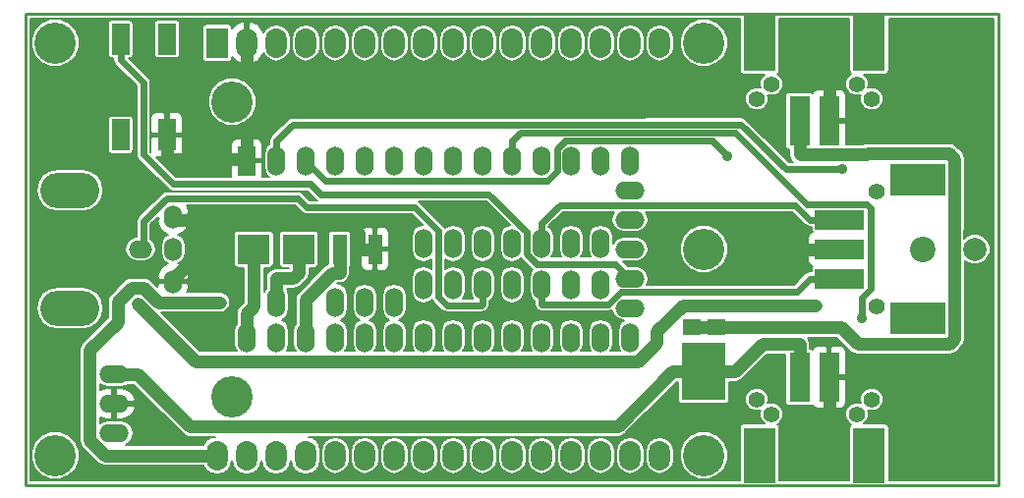
<source format=gtl>
G04 #@! TF.GenerationSoftware,KiCad,Pcbnew,no-vcs-found-7571~57~ubuntu16.04.1*
G04 #@! TF.CreationDate,2017-02-02T15:23:36-05:00*
G04 #@! TF.ProjectId,modular_device_base_3x2,6D6F64756C61725F6465766963655F74,1.2*
G04 #@! TF.FileFunction,Copper,L1,Top,Signal*
G04 #@! TF.FilePolarity,Positive*
%FSLAX46Y46*%
G04 Gerber Fmt 4.6, Leading zero omitted, Abs format (unit mm)*
G04 Created by KiCad (PCBNEW no-vcs-found-7571~57~ubuntu16.04.1) date Thu Feb  2 15:23:36 2017*
%MOMM*%
%LPD*%
G01*
G04 APERTURE LIST*
%ADD10C,0.100000*%
%ADD11C,0.228600*%
%ADD12C,1.397000*%
%ADD13R,4.191000X1.778000*%
%ADD14R,4.826000X2.794000*%
%ADD15O,2.540000X1.524000*%
%ADD16O,5.080000X3.048000*%
%ADD17O,2.032000X1.524000*%
%ADD18O,1.524000X2.032000*%
%ADD19R,1.590040X2.667000*%
%ADD20R,1.778000X4.191000*%
%ADD21R,2.794000X4.826000*%
%ADD22R,3.800000X4.960000*%
%ADD23R,1.600000X1.440000*%
%ADD24R,1.524000X2.540000*%
%ADD25O,1.524000X2.540000*%
%ADD26R,1.270000X2.540000*%
%ADD27C,2.000000*%
%ADD28C,2.200000*%
%ADD29R,2.710000X2.500000*%
%ADD30C,3.556000*%
%ADD31O,1.854200X2.540000*%
%ADD32R,1.854200X2.540000*%
%ADD33C,0.889000*%
%ADD34C,1.066800*%
%ADD35C,0.609600*%
%ADD36C,0.203200*%
G04 APERTURE END LIST*
D10*
D11*
X143510000Y-79375000D02*
X59690000Y-79375000D01*
X143510000Y-120015000D02*
X143510000Y-79375000D01*
X59690000Y-120015000D02*
X143510000Y-120015000D01*
X59690000Y-79375000D02*
X59690000Y-120015000D01*
D12*
X132588000Y-86741000D03*
X122682000Y-86741000D03*
D13*
X129794000Y-97155000D03*
X129794000Y-99695000D03*
X129794000Y-102235000D03*
D12*
X132969000Y-94742000D03*
X132969000Y-104648000D03*
D14*
X136525000Y-93700600D03*
X136525000Y-105689400D03*
D12*
X122682000Y-112649000D03*
X132588000Y-112649000D03*
D15*
X67310000Y-113030000D03*
X67310000Y-115570000D03*
X67310000Y-110490000D03*
D16*
X63500000Y-104775000D03*
X63500000Y-94615000D03*
D17*
X69596000Y-99695000D03*
D18*
X72390000Y-99695000D03*
X72390000Y-96901000D03*
X72390000Y-102489000D03*
D19*
X67851020Y-81597500D03*
X67851020Y-89852500D03*
X71848980Y-81597500D03*
X71848980Y-89852500D03*
D20*
X126365000Y-88646000D03*
X128905000Y-88646000D03*
D12*
X123952000Y-85471000D03*
X131318000Y-85471000D03*
D21*
X122910600Y-81915000D03*
X132359400Y-81915000D03*
D20*
X128905000Y-110744000D03*
X126365000Y-110744000D03*
D12*
X131318000Y-113919000D03*
X123952000Y-113919000D03*
D21*
X132359400Y-117475000D03*
X122910600Y-117475000D03*
D22*
X118110000Y-110240000D03*
D23*
X117045000Y-106440000D03*
X119175000Y-106440000D03*
D24*
X78740000Y-92075000D03*
D25*
X81280000Y-92075000D03*
X83820000Y-92075000D03*
X86360000Y-92075000D03*
X88900000Y-92075000D03*
X91440000Y-92075000D03*
X93980000Y-92075000D03*
X96520000Y-92075000D03*
X99060000Y-92075000D03*
X101600000Y-92075000D03*
X104140000Y-92075000D03*
X106680000Y-92075000D03*
X109220000Y-92075000D03*
X111760000Y-92075000D03*
X111760000Y-107315000D03*
X109220000Y-107315000D03*
X106680000Y-107315000D03*
X104140000Y-107315000D03*
X101600000Y-107315000D03*
X99060000Y-107315000D03*
X96520000Y-107315000D03*
X93980000Y-107315000D03*
X91440000Y-107315000D03*
X88900000Y-107315000D03*
X86360000Y-107315000D03*
X83820000Y-107315000D03*
X81280000Y-107315000D03*
X78740000Y-107315000D03*
D15*
X111760000Y-104775000D03*
X111760000Y-102235000D03*
X111760000Y-99695000D03*
X111760000Y-97155000D03*
X111760000Y-94615000D03*
D25*
X81280000Y-104267000D03*
X86360000Y-104267000D03*
X88900000Y-104267000D03*
X91440000Y-104267000D03*
X93980000Y-102743000D03*
X93980000Y-99187000D03*
X96520000Y-102743000D03*
X96520000Y-99187000D03*
X99060000Y-99187000D03*
X101600000Y-99187000D03*
X104140000Y-99187000D03*
X106680000Y-99187000D03*
X109220000Y-99187000D03*
X99060000Y-102743000D03*
X101600000Y-102743000D03*
X104140000Y-102743000D03*
X106680000Y-102743000D03*
X109220000Y-102743000D03*
D26*
X86741000Y-99695000D03*
X89789000Y-99695000D03*
D27*
X141480000Y-99695000D03*
D28*
X136980000Y-99695000D03*
D29*
X83220000Y-99695000D03*
X79340000Y-99695000D03*
D30*
X62230000Y-81915000D03*
X62230000Y-117475000D03*
X118110000Y-99695000D03*
D31*
X78740000Y-81915000D03*
X81280000Y-81915000D03*
D32*
X76200000Y-81915000D03*
D31*
X83820000Y-81915000D03*
X86360000Y-81915000D03*
X88900000Y-81915000D03*
X91440000Y-81915000D03*
X93980000Y-81915000D03*
X96520000Y-81915000D03*
X99060000Y-81915000D03*
X101600000Y-81915000D03*
X104140000Y-81915000D03*
X106680000Y-81915000D03*
X109220000Y-81915000D03*
X111760000Y-81915000D03*
X114300000Y-81915000D03*
X114300000Y-117475000D03*
X111760000Y-117475000D03*
X109220000Y-117475000D03*
X106680000Y-117475000D03*
X104140000Y-117475000D03*
X101600000Y-117475000D03*
X99060000Y-117475000D03*
X96520000Y-117475000D03*
X93980000Y-117475000D03*
X91440000Y-117475000D03*
X88900000Y-117475000D03*
X86360000Y-117475000D03*
X83820000Y-117475000D03*
X81280000Y-117475000D03*
X78740000Y-117475000D03*
X76200000Y-117475000D03*
D30*
X77470000Y-86995000D03*
X77470000Y-112395000D03*
X118110000Y-117475000D03*
X118110000Y-81915000D03*
D33*
X127753100Y-104531400D03*
X69353800Y-104411300D03*
X128905000Y-113703200D03*
X112907400Y-87837500D03*
X126237500Y-99695000D03*
X128544500Y-85434500D03*
X130048700Y-92819200D03*
X120165300Y-91649900D03*
X131704800Y-105643500D03*
X76432000Y-104292800D03*
D34*
X74323000Y-109380500D02*
X69353800Y-104411300D01*
X112433000Y-109380500D02*
X74323000Y-109380500D01*
X114072200Y-107741300D02*
X112433000Y-109380500D01*
X114072200Y-106762300D02*
X114072200Y-107741300D01*
X116303100Y-104531400D02*
X114072200Y-106762300D01*
X127753100Y-104531400D02*
X116303100Y-104531400D01*
X128905000Y-110744000D02*
X128905000Y-113703200D01*
X89789000Y-99695000D02*
X88366300Y-99695000D01*
X72390000Y-97155000D02*
X73939700Y-97155000D01*
X88366300Y-98272300D02*
X88366300Y-99695000D01*
X87673400Y-97579400D02*
X88366300Y-98272300D01*
X74049200Y-97579400D02*
X87673400Y-97579400D01*
X74049200Y-100575800D02*
X74049200Y-97579400D01*
X72390000Y-102235000D02*
X74049200Y-100575800D01*
X74049200Y-97264500D02*
X73939700Y-97155000D01*
X74049200Y-97579400D02*
X74049200Y-97264500D01*
X78740000Y-81915000D02*
X78740000Y-83972700D01*
X126237500Y-99695000D02*
X129794000Y-99695000D01*
X128905000Y-88646000D02*
X128905000Y-85762800D01*
X128576700Y-85434500D02*
X128905000Y-85762800D01*
X128544500Y-85434500D02*
X128576700Y-85434500D01*
X80187600Y-87837500D02*
X112907400Y-87837500D01*
X80187600Y-85420300D02*
X80187600Y-87837500D01*
X78740000Y-83972700D02*
X80187600Y-85420300D01*
X80187600Y-88569700D02*
X78740000Y-90017300D01*
X80187600Y-87837500D02*
X80187600Y-88569700D01*
X78740000Y-92075000D02*
X78740000Y-91517000D01*
X78740000Y-91517000D02*
X78740000Y-90017300D01*
X78283300Y-91973700D02*
X71849000Y-91973700D01*
X78740000Y-91517000D02*
X78283300Y-91973700D01*
X71849000Y-89852500D02*
X71849000Y-91973700D01*
D35*
X81280000Y-92075000D02*
X81280000Y-90375200D01*
X82703000Y-88952200D02*
X81280000Y-90375200D01*
X121304800Y-88952200D02*
X82703000Y-88952200D01*
X125171800Y-92819200D02*
X121304800Y-88952200D01*
X130048700Y-92819200D02*
X125171800Y-92819200D01*
X118890600Y-90375200D02*
X120165300Y-91649900D01*
X106166400Y-90375200D02*
X118890600Y-90375200D01*
X105446900Y-91094700D02*
X106166400Y-90375200D01*
X105446900Y-92933700D02*
X105446900Y-91094700D01*
X104615200Y-93765400D02*
X105446900Y-92933700D01*
X85510400Y-93765400D02*
X104615200Y-93765400D01*
X83820000Y-92075000D02*
X85510400Y-93765400D01*
X101600000Y-92075000D02*
X101600000Y-90375200D01*
X102311500Y-89663700D02*
X101600000Y-90375200D01*
X120783700Y-89663700D02*
X102311500Y-89663700D01*
X126970300Y-95850300D02*
X120783700Y-89663700D01*
X132117400Y-95850300D02*
X126970300Y-95850300D01*
X132483800Y-96216700D02*
X132117400Y-95850300D01*
X132483800Y-103105900D02*
X132483800Y-96216700D01*
X131704800Y-103884900D02*
X132483800Y-103105900D01*
X131704800Y-105643500D02*
X131704800Y-103884900D01*
D34*
X126365000Y-88646000D02*
X126365000Y-91529200D01*
X129922700Y-106440000D02*
X119175000Y-106440000D01*
X131357800Y-107875100D02*
X129922700Y-106440000D01*
X139269000Y-107875100D02*
X131357800Y-107875100D01*
X139726600Y-107417500D02*
X139269000Y-107875100D01*
X139726600Y-100637700D02*
X139726600Y-107417500D01*
X139672200Y-100583300D02*
X139726600Y-100637700D01*
X139672200Y-97960800D02*
X139672200Y-100583300D01*
X139725800Y-97907200D02*
X139672200Y-97960800D01*
X139725800Y-91915300D02*
X139725800Y-97907200D01*
X139254600Y-91444100D02*
X139725800Y-91915300D01*
X132201700Y-91444100D02*
X139254600Y-91444100D01*
X132116600Y-91529200D02*
X132201700Y-91444100D01*
X126365000Y-91529200D02*
X132116600Y-91529200D01*
X119175000Y-106440000D02*
X117045000Y-106440000D01*
X82743400Y-102209300D02*
X81280000Y-102209300D01*
X83220000Y-101732700D02*
X82743400Y-102209300D01*
X83220000Y-99695000D02*
X83220000Y-101732700D01*
X81280000Y-104775000D02*
X81280000Y-102209300D01*
X123176900Y-107860800D02*
X120797700Y-110240000D01*
X126365000Y-107860800D02*
X123176900Y-107860800D01*
X110689800Y-114972500D02*
X115422300Y-110240000D01*
X73850200Y-114972500D02*
X110689800Y-114972500D01*
X69367700Y-110490000D02*
X73850200Y-114972500D01*
X118110000Y-110240000D02*
X115422300Y-110240000D01*
X67310000Y-110490000D02*
X69367700Y-110490000D01*
X126365000Y-110744000D02*
X126365000Y-107860800D01*
X118110000Y-110240000D02*
X120797700Y-110240000D01*
X79340000Y-99695000D02*
X79340000Y-101732700D01*
X79340000Y-104657300D02*
X79340000Y-101732700D01*
X78740000Y-105257300D02*
X79340000Y-104657300D01*
X78740000Y-107315000D02*
X78740000Y-105257300D01*
D35*
X69823000Y-85332800D02*
X67851000Y-83360800D01*
X69823000Y-91555900D02*
X69823000Y-85332800D01*
X72356900Y-94089800D02*
X69823000Y-91555900D01*
X84236000Y-94089800D02*
X72356900Y-94089800D01*
X85112200Y-94966000D02*
X84236000Y-94089800D01*
X99594200Y-94966000D02*
X85112200Y-94966000D01*
X102870000Y-98241800D02*
X99594200Y-94966000D01*
X102870000Y-100111500D02*
X102870000Y-98241800D01*
X103723500Y-100965000D02*
X102870000Y-100111500D01*
X110490000Y-100965000D02*
X103723500Y-100965000D01*
X111760000Y-102235000D02*
X110490000Y-100965000D01*
X67851000Y-81597500D02*
X67851000Y-83360800D01*
D34*
X86116900Y-101752700D02*
X86741000Y-101752700D01*
X83820000Y-104049600D02*
X86116900Y-101752700D01*
X83820000Y-107315000D02*
X83820000Y-104049600D01*
X86741000Y-99695000D02*
X86741000Y-101752700D01*
X71103800Y-104292800D02*
X76432000Y-104292800D01*
X69859100Y-103048100D02*
X71103800Y-104292800D01*
X68811400Y-103048100D02*
X69859100Y-103048100D01*
X67640500Y-104219000D02*
X68811400Y-103048100D01*
X67640500Y-105959900D02*
X67640500Y-104219000D01*
X65195600Y-108404800D02*
X67640500Y-105959900D01*
X65195600Y-116162700D02*
X65195600Y-108404800D01*
X66507900Y-117475000D02*
X65195600Y-116162700D01*
X76200000Y-117475000D02*
X66507900Y-117475000D01*
D35*
X125998700Y-95885000D02*
X127268700Y-97155000D01*
X105742200Y-95885000D02*
X125998700Y-95885000D01*
X104140000Y-97487200D02*
X105742200Y-95885000D01*
X104140000Y-99695000D02*
X104140000Y-97487200D01*
X129794000Y-97155000D02*
X127268700Y-97155000D01*
X129794000Y-102235000D02*
X127268700Y-102235000D01*
X104140000Y-102235000D02*
X104140000Y-104442800D01*
X109914000Y-104442800D02*
X104140000Y-104442800D01*
X110953000Y-103403800D02*
X109914000Y-104442800D01*
X126099900Y-103403800D02*
X110953000Y-103403800D01*
X127268700Y-102235000D02*
X126099900Y-103403800D01*
X99060000Y-102235000D02*
X99060000Y-104442800D01*
X98960300Y-104542500D02*
X99060000Y-104442800D01*
X95961300Y-104542500D02*
X98960300Y-104542500D01*
X95250000Y-103831200D02*
X95961300Y-104542500D01*
X95250000Y-98113900D02*
X95250000Y-103831200D01*
X93227900Y-96091800D02*
X95250000Y-98113900D01*
X83927300Y-96091800D02*
X93227900Y-96091800D01*
X83157200Y-95321700D02*
X83927300Y-96091800D01*
X71844800Y-95321700D02*
X83157200Y-95321700D01*
X69850000Y-97316500D02*
X71844800Y-95321700D01*
X69850000Y-99695000D02*
X69850000Y-97316500D01*
D36*
G36*
X121202829Y-84328000D02*
X121226485Y-84446927D01*
X121293852Y-84547748D01*
X121394673Y-84615115D01*
X121513600Y-84638771D01*
X123365563Y-84638771D01*
X123101939Y-84901934D01*
X122948874Y-85270556D01*
X122948526Y-85669693D01*
X122996219Y-85785117D01*
X122882444Y-85737874D01*
X122483307Y-85737526D01*
X122114419Y-85889948D01*
X121831939Y-86171934D01*
X121678874Y-86540556D01*
X121678526Y-86939693D01*
X121830948Y-87308581D01*
X122112934Y-87591061D01*
X122481556Y-87744126D01*
X122880693Y-87744474D01*
X123249581Y-87592052D01*
X123532061Y-87310066D01*
X123685126Y-86941444D01*
X123685474Y-86542307D01*
X123637781Y-86426883D01*
X123751556Y-86474126D01*
X124150693Y-86474474D01*
X124519581Y-86322052D01*
X124802061Y-86040066D01*
X124955126Y-85671444D01*
X124955474Y-85272307D01*
X124803052Y-84903419D01*
X124521066Y-84620939D01*
X124457385Y-84594496D01*
X124527348Y-84547748D01*
X124594715Y-84446927D01*
X124618371Y-84328000D01*
X124618371Y-79794100D01*
X130651629Y-79794100D01*
X130651629Y-84328000D01*
X130675285Y-84446927D01*
X130742652Y-84547748D01*
X130812386Y-84594343D01*
X130750419Y-84619948D01*
X130467939Y-84901934D01*
X130314874Y-85270556D01*
X130314526Y-85669693D01*
X130466948Y-86038581D01*
X130748934Y-86321061D01*
X131117556Y-86474126D01*
X131516693Y-86474474D01*
X131632117Y-86426781D01*
X131584874Y-86540556D01*
X131584526Y-86939693D01*
X131736948Y-87308581D01*
X132018934Y-87591061D01*
X132387556Y-87744126D01*
X132786693Y-87744474D01*
X133155581Y-87592052D01*
X133438061Y-87310066D01*
X133591126Y-86941444D01*
X133591474Y-86542307D01*
X133439052Y-86173419D01*
X133157066Y-85890939D01*
X132788444Y-85737874D01*
X132389307Y-85737526D01*
X132273883Y-85785219D01*
X132321126Y-85671444D01*
X132321474Y-85272307D01*
X132169052Y-84903419D01*
X131904867Y-84638771D01*
X133756400Y-84638771D01*
X133875327Y-84615115D01*
X133976148Y-84547748D01*
X134043515Y-84446927D01*
X134067171Y-84328000D01*
X134067171Y-79794100D01*
X143090900Y-79794100D01*
X143090900Y-119595900D01*
X134067171Y-119595900D01*
X134067171Y-115062000D01*
X134043515Y-114943073D01*
X133976148Y-114842252D01*
X133875327Y-114774885D01*
X133756400Y-114751229D01*
X131904437Y-114751229D01*
X132168061Y-114488066D01*
X132321126Y-114119444D01*
X132321474Y-113720307D01*
X132273781Y-113604883D01*
X132387556Y-113652126D01*
X132786693Y-113652474D01*
X133155581Y-113500052D01*
X133438061Y-113218066D01*
X133591126Y-112849444D01*
X133591474Y-112450307D01*
X133439052Y-112081419D01*
X133157066Y-111798939D01*
X132788444Y-111645874D01*
X132389307Y-111645526D01*
X132020419Y-111797948D01*
X131737939Y-112079934D01*
X131584874Y-112448556D01*
X131584526Y-112847693D01*
X131632219Y-112963117D01*
X131518444Y-112915874D01*
X131119307Y-112915526D01*
X130750419Y-113067948D01*
X130467939Y-113349934D01*
X130314874Y-113718556D01*
X130314526Y-114117693D01*
X130466948Y-114486581D01*
X130748934Y-114769061D01*
X130812615Y-114795504D01*
X130742652Y-114842252D01*
X130675285Y-114943073D01*
X130651629Y-115062000D01*
X130651629Y-119595900D01*
X124618371Y-119595900D01*
X124618371Y-115062000D01*
X124594715Y-114943073D01*
X124527348Y-114842252D01*
X124457614Y-114795657D01*
X124519581Y-114770052D01*
X124802061Y-114488066D01*
X124955126Y-114119444D01*
X124955474Y-113720307D01*
X124803052Y-113351419D01*
X124521066Y-113068939D01*
X124152444Y-112915874D01*
X123753307Y-112915526D01*
X123637883Y-112963219D01*
X123685126Y-112849444D01*
X123685474Y-112450307D01*
X123533052Y-112081419D01*
X123251066Y-111798939D01*
X122882444Y-111645874D01*
X122483307Y-111645526D01*
X122114419Y-111797948D01*
X121831939Y-112079934D01*
X121678874Y-112448556D01*
X121678526Y-112847693D01*
X121830948Y-113216581D01*
X122112934Y-113499061D01*
X122481556Y-113652126D01*
X122880693Y-113652474D01*
X122996117Y-113604781D01*
X122948874Y-113718556D01*
X122948526Y-114117693D01*
X123100948Y-114486581D01*
X123365133Y-114751229D01*
X121513600Y-114751229D01*
X121394673Y-114774885D01*
X121293852Y-114842252D01*
X121226485Y-114943073D01*
X121202829Y-115062000D01*
X121202829Y-119595900D01*
X60109100Y-119595900D01*
X60109100Y-117887477D01*
X60146840Y-117887477D01*
X60463259Y-118653270D01*
X61048648Y-119239682D01*
X61813888Y-119557437D01*
X62642477Y-119558160D01*
X63408270Y-119241741D01*
X63994682Y-118656352D01*
X64312437Y-117891112D01*
X64313160Y-117062523D01*
X63996741Y-116296730D01*
X63411352Y-115710318D01*
X62646112Y-115392563D01*
X61817523Y-115391840D01*
X61051730Y-115708259D01*
X60465318Y-116293648D01*
X60147563Y-117058888D01*
X60146840Y-117887477D01*
X60109100Y-117887477D01*
X60109100Y-108404800D01*
X64306600Y-108404800D01*
X64306600Y-116162700D01*
X64374271Y-116502906D01*
X64475009Y-116653671D01*
X64566982Y-116791318D01*
X65879282Y-118103618D01*
X66167694Y-118296329D01*
X66507900Y-118364000D01*
X75030565Y-118364000D01*
X75292994Y-118756753D01*
X75709132Y-119034807D01*
X76200000Y-119132447D01*
X76690868Y-119034807D01*
X77107006Y-118756753D01*
X77385060Y-118340615D01*
X77470000Y-117913594D01*
X77554940Y-118340615D01*
X77832994Y-118756753D01*
X78249132Y-119034807D01*
X78740000Y-119132447D01*
X79230868Y-119034807D01*
X79647006Y-118756753D01*
X79925060Y-118340615D01*
X80010000Y-117913594D01*
X80094940Y-118340615D01*
X80372994Y-118756753D01*
X80789132Y-119034807D01*
X81280000Y-119132447D01*
X81770868Y-119034807D01*
X82187006Y-118756753D01*
X82465060Y-118340615D01*
X82550000Y-117913594D01*
X82634940Y-118340615D01*
X82912994Y-118756753D01*
X83329132Y-119034807D01*
X83820000Y-119132447D01*
X84310868Y-119034807D01*
X84727006Y-118756753D01*
X85005060Y-118340615D01*
X85102700Y-117849747D01*
X85102700Y-117101248D01*
X85128100Y-117101248D01*
X85128100Y-117848752D01*
X85221873Y-118320180D01*
X85488915Y-118719837D01*
X85888572Y-118986879D01*
X86360000Y-119080652D01*
X86831428Y-118986879D01*
X87231085Y-118719837D01*
X87498127Y-118320180D01*
X87591900Y-117848752D01*
X87591900Y-117101248D01*
X87668100Y-117101248D01*
X87668100Y-117848752D01*
X87761873Y-118320180D01*
X88028915Y-118719837D01*
X88428572Y-118986879D01*
X88900000Y-119080652D01*
X89371428Y-118986879D01*
X89771085Y-118719837D01*
X90038127Y-118320180D01*
X90131900Y-117848752D01*
X90131900Y-117101248D01*
X90208100Y-117101248D01*
X90208100Y-117848752D01*
X90301873Y-118320180D01*
X90568915Y-118719837D01*
X90968572Y-118986879D01*
X91440000Y-119080652D01*
X91911428Y-118986879D01*
X92311085Y-118719837D01*
X92578127Y-118320180D01*
X92671900Y-117848752D01*
X92671900Y-117101248D01*
X92748100Y-117101248D01*
X92748100Y-117848752D01*
X92841873Y-118320180D01*
X93108915Y-118719837D01*
X93508572Y-118986879D01*
X93980000Y-119080652D01*
X94451428Y-118986879D01*
X94851085Y-118719837D01*
X95118127Y-118320180D01*
X95211900Y-117848752D01*
X95211900Y-117101248D01*
X95288100Y-117101248D01*
X95288100Y-117848752D01*
X95381873Y-118320180D01*
X95648915Y-118719837D01*
X96048572Y-118986879D01*
X96520000Y-119080652D01*
X96991428Y-118986879D01*
X97391085Y-118719837D01*
X97658127Y-118320180D01*
X97751900Y-117848752D01*
X97751900Y-117101248D01*
X97828100Y-117101248D01*
X97828100Y-117848752D01*
X97921873Y-118320180D01*
X98188915Y-118719837D01*
X98588572Y-118986879D01*
X99060000Y-119080652D01*
X99531428Y-118986879D01*
X99931085Y-118719837D01*
X100198127Y-118320180D01*
X100291900Y-117848752D01*
X100291900Y-117101248D01*
X100368100Y-117101248D01*
X100368100Y-117848752D01*
X100461873Y-118320180D01*
X100728915Y-118719837D01*
X101128572Y-118986879D01*
X101600000Y-119080652D01*
X102071428Y-118986879D01*
X102471085Y-118719837D01*
X102738127Y-118320180D01*
X102831900Y-117848752D01*
X102831900Y-117101248D01*
X102908100Y-117101248D01*
X102908100Y-117848752D01*
X103001873Y-118320180D01*
X103268915Y-118719837D01*
X103668572Y-118986879D01*
X104140000Y-119080652D01*
X104611428Y-118986879D01*
X105011085Y-118719837D01*
X105278127Y-118320180D01*
X105371900Y-117848752D01*
X105371900Y-117101248D01*
X105448100Y-117101248D01*
X105448100Y-117848752D01*
X105541873Y-118320180D01*
X105808915Y-118719837D01*
X106208572Y-118986879D01*
X106680000Y-119080652D01*
X107151428Y-118986879D01*
X107551085Y-118719837D01*
X107818127Y-118320180D01*
X107911900Y-117848752D01*
X107911900Y-117101248D01*
X107988100Y-117101248D01*
X107988100Y-117848752D01*
X108081873Y-118320180D01*
X108348915Y-118719837D01*
X108748572Y-118986879D01*
X109220000Y-119080652D01*
X109691428Y-118986879D01*
X110091085Y-118719837D01*
X110358127Y-118320180D01*
X110451900Y-117848752D01*
X110451900Y-117101248D01*
X110528100Y-117101248D01*
X110528100Y-117848752D01*
X110621873Y-118320180D01*
X110888915Y-118719837D01*
X111288572Y-118986879D01*
X111760000Y-119080652D01*
X112231428Y-118986879D01*
X112631085Y-118719837D01*
X112898127Y-118320180D01*
X112991900Y-117848752D01*
X112991900Y-117101248D01*
X113068100Y-117101248D01*
X113068100Y-117848752D01*
X113161873Y-118320180D01*
X113428915Y-118719837D01*
X113828572Y-118986879D01*
X114300000Y-119080652D01*
X114771428Y-118986879D01*
X115171085Y-118719837D01*
X115438127Y-118320180D01*
X115524197Y-117887477D01*
X116026840Y-117887477D01*
X116343259Y-118653270D01*
X116928648Y-119239682D01*
X117693888Y-119557437D01*
X118522477Y-119558160D01*
X119288270Y-119241741D01*
X119874682Y-118656352D01*
X120192437Y-117891112D01*
X120193160Y-117062523D01*
X119876741Y-116296730D01*
X119291352Y-115710318D01*
X118526112Y-115392563D01*
X117697523Y-115391840D01*
X116931730Y-115708259D01*
X116345318Y-116293648D01*
X116027563Y-117058888D01*
X116026840Y-117887477D01*
X115524197Y-117887477D01*
X115531900Y-117848752D01*
X115531900Y-117101248D01*
X115438127Y-116629820D01*
X115171085Y-116230163D01*
X114771428Y-115963121D01*
X114300000Y-115869348D01*
X113828572Y-115963121D01*
X113428915Y-116230163D01*
X113161873Y-116629820D01*
X113068100Y-117101248D01*
X112991900Y-117101248D01*
X112898127Y-116629820D01*
X112631085Y-116230163D01*
X112231428Y-115963121D01*
X111760000Y-115869348D01*
X111288572Y-115963121D01*
X110888915Y-116230163D01*
X110621873Y-116629820D01*
X110528100Y-117101248D01*
X110451900Y-117101248D01*
X110358127Y-116629820D01*
X110091085Y-116230163D01*
X109691428Y-115963121D01*
X109220000Y-115869348D01*
X108748572Y-115963121D01*
X108348915Y-116230163D01*
X108081873Y-116629820D01*
X107988100Y-117101248D01*
X107911900Y-117101248D01*
X107818127Y-116629820D01*
X107551085Y-116230163D01*
X107151428Y-115963121D01*
X106680000Y-115869348D01*
X106208572Y-115963121D01*
X105808915Y-116230163D01*
X105541873Y-116629820D01*
X105448100Y-117101248D01*
X105371900Y-117101248D01*
X105278127Y-116629820D01*
X105011085Y-116230163D01*
X104611428Y-115963121D01*
X104140000Y-115869348D01*
X103668572Y-115963121D01*
X103268915Y-116230163D01*
X103001873Y-116629820D01*
X102908100Y-117101248D01*
X102831900Y-117101248D01*
X102738127Y-116629820D01*
X102471085Y-116230163D01*
X102071428Y-115963121D01*
X101600000Y-115869348D01*
X101128572Y-115963121D01*
X100728915Y-116230163D01*
X100461873Y-116629820D01*
X100368100Y-117101248D01*
X100291900Y-117101248D01*
X100198127Y-116629820D01*
X99931085Y-116230163D01*
X99531428Y-115963121D01*
X99060000Y-115869348D01*
X98588572Y-115963121D01*
X98188915Y-116230163D01*
X97921873Y-116629820D01*
X97828100Y-117101248D01*
X97751900Y-117101248D01*
X97658127Y-116629820D01*
X97391085Y-116230163D01*
X96991428Y-115963121D01*
X96520000Y-115869348D01*
X96048572Y-115963121D01*
X95648915Y-116230163D01*
X95381873Y-116629820D01*
X95288100Y-117101248D01*
X95211900Y-117101248D01*
X95118127Y-116629820D01*
X94851085Y-116230163D01*
X94451428Y-115963121D01*
X93980000Y-115869348D01*
X93508572Y-115963121D01*
X93108915Y-116230163D01*
X92841873Y-116629820D01*
X92748100Y-117101248D01*
X92671900Y-117101248D01*
X92578127Y-116629820D01*
X92311085Y-116230163D01*
X91911428Y-115963121D01*
X91440000Y-115869348D01*
X90968572Y-115963121D01*
X90568915Y-116230163D01*
X90301873Y-116629820D01*
X90208100Y-117101248D01*
X90131900Y-117101248D01*
X90038127Y-116629820D01*
X89771085Y-116230163D01*
X89371428Y-115963121D01*
X88900000Y-115869348D01*
X88428572Y-115963121D01*
X88028915Y-116230163D01*
X87761873Y-116629820D01*
X87668100Y-117101248D01*
X87591900Y-117101248D01*
X87498127Y-116629820D01*
X87231085Y-116230163D01*
X86831428Y-115963121D01*
X86360000Y-115869348D01*
X85888572Y-115963121D01*
X85488915Y-116230163D01*
X85221873Y-116629820D01*
X85128100Y-117101248D01*
X85102700Y-117101248D01*
X85102700Y-117100253D01*
X85005060Y-116609385D01*
X84727006Y-116193247D01*
X84310868Y-115915193D01*
X84040936Y-115861500D01*
X110689800Y-115861500D01*
X111030006Y-115793829D01*
X111318418Y-115601118D01*
X115790536Y-111129000D01*
X115899229Y-111129000D01*
X115899229Y-112720000D01*
X115922885Y-112838927D01*
X115990252Y-112939748D01*
X116091073Y-113007115D01*
X116210000Y-113030771D01*
X120010000Y-113030771D01*
X120128927Y-113007115D01*
X120229748Y-112939748D01*
X120297115Y-112838927D01*
X120320771Y-112720000D01*
X120320771Y-111129000D01*
X120797700Y-111129000D01*
X121137906Y-111061329D01*
X121426318Y-110868618D01*
X123545136Y-108749800D01*
X125113434Y-108749800D01*
X125113434Y-112839500D01*
X125141033Y-112978248D01*
X125219627Y-113095873D01*
X125337252Y-113174467D01*
X125476000Y-113202066D01*
X127254000Y-113202066D01*
X127392748Y-113174467D01*
X127472773Y-113120996D01*
X127499206Y-113184811D01*
X127670689Y-113356294D01*
X127894743Y-113449100D01*
X128600200Y-113449100D01*
X128752600Y-113296700D01*
X128752600Y-110896400D01*
X129057400Y-110896400D01*
X129057400Y-113296700D01*
X129209800Y-113449100D01*
X129915257Y-113449100D01*
X130139311Y-113356294D01*
X130310794Y-113184811D01*
X130403600Y-112960757D01*
X130403600Y-111048800D01*
X130251200Y-110896400D01*
X129057400Y-110896400D01*
X128752600Y-110896400D01*
X128732600Y-110896400D01*
X128732600Y-110591600D01*
X128752600Y-110591600D01*
X128752600Y-108191300D01*
X129057400Y-108191300D01*
X129057400Y-110591600D01*
X130251200Y-110591600D01*
X130403600Y-110439200D01*
X130403600Y-108527243D01*
X130310794Y-108303189D01*
X130139311Y-108131706D01*
X129915257Y-108038900D01*
X129209800Y-108038900D01*
X129057400Y-108191300D01*
X128752600Y-108191300D01*
X128600200Y-108038900D01*
X127894743Y-108038900D01*
X127670689Y-108131706D01*
X127499206Y-108303189D01*
X127472773Y-108367004D01*
X127392748Y-108313533D01*
X127254000Y-108285934D01*
X127254000Y-107860800D01*
X127186329Y-107520594D01*
X127058310Y-107329000D01*
X129554464Y-107329000D01*
X130729182Y-108503718D01*
X131017594Y-108696429D01*
X131357800Y-108764100D01*
X139269000Y-108764100D01*
X139609206Y-108696429D01*
X139897618Y-108503718D01*
X140355218Y-108046118D01*
X140423706Y-107943618D01*
X140547929Y-107757706D01*
X140615600Y-107417500D01*
X140615600Y-100675969D01*
X140739925Y-100800511D01*
X141219320Y-100999573D01*
X141738402Y-101000026D01*
X142218144Y-100801801D01*
X142585511Y-100435075D01*
X142784573Y-99955680D01*
X142785026Y-99436598D01*
X142586801Y-98956856D01*
X142220075Y-98589489D01*
X141740680Y-98390427D01*
X141221598Y-98389974D01*
X140741856Y-98588199D01*
X140561200Y-98768540D01*
X140561200Y-98176666D01*
X140614800Y-97907200D01*
X140614800Y-91915300D01*
X140547129Y-91575094D01*
X140354418Y-91286682D01*
X139883218Y-90815482D01*
X139772496Y-90741500D01*
X139594806Y-90622771D01*
X139254600Y-90555100D01*
X132201700Y-90555100D01*
X131861495Y-90622770D01*
X131835409Y-90640200D01*
X130403600Y-90640200D01*
X130403600Y-88950800D01*
X130251200Y-88798400D01*
X129057400Y-88798400D01*
X129057400Y-88818400D01*
X128752600Y-88818400D01*
X128752600Y-88798400D01*
X128732600Y-88798400D01*
X128732600Y-88493600D01*
X128752600Y-88493600D01*
X128752600Y-86093300D01*
X129057400Y-86093300D01*
X129057400Y-88493600D01*
X130251200Y-88493600D01*
X130403600Y-88341200D01*
X130403600Y-86429243D01*
X130310794Y-86205189D01*
X130139311Y-86033706D01*
X129915257Y-85940900D01*
X129209800Y-85940900D01*
X129057400Y-86093300D01*
X128752600Y-86093300D01*
X128600200Y-85940900D01*
X127894743Y-85940900D01*
X127670689Y-86033706D01*
X127499206Y-86205189D01*
X127472773Y-86269004D01*
X127392748Y-86215533D01*
X127254000Y-86187934D01*
X125476000Y-86187934D01*
X125337252Y-86215533D01*
X125219627Y-86294127D01*
X125141033Y-86411752D01*
X125113434Y-86550500D01*
X125113434Y-90741500D01*
X125141033Y-90880248D01*
X125219627Y-90997873D01*
X125337252Y-91076467D01*
X125476000Y-91104066D01*
X125476000Y-91529200D01*
X125543671Y-91869406D01*
X125736382Y-92157818D01*
X125813879Y-92209600D01*
X125424304Y-92209600D01*
X121735852Y-88521148D01*
X121538084Y-88389003D01*
X121304800Y-88342600D01*
X82703000Y-88342600D01*
X82469716Y-88389003D01*
X82271948Y-88521148D01*
X80848948Y-89944148D01*
X80716803Y-90141916D01*
X80670400Y-90375200D01*
X80670400Y-90685093D01*
X80525658Y-90781806D01*
X80294405Y-91127901D01*
X80213200Y-91536148D01*
X80213200Y-92613852D01*
X80294405Y-93022099D01*
X80525658Y-93368194D01*
X80693287Y-93480200D01*
X80105825Y-93480200D01*
X80111600Y-93466257D01*
X80111600Y-92379800D01*
X79959200Y-92227400D01*
X78892400Y-92227400D01*
X78892400Y-92247400D01*
X78587600Y-92247400D01*
X78587600Y-92227400D01*
X77520800Y-92227400D01*
X77368400Y-92379800D01*
X77368400Y-93466257D01*
X77374175Y-93480200D01*
X72609404Y-93480200D01*
X70919219Y-91790015D01*
X70932703Y-91795600D01*
X71544180Y-91795600D01*
X71696580Y-91643200D01*
X71696580Y-90004900D01*
X72001380Y-90004900D01*
X72001380Y-91643200D01*
X72153780Y-91795600D01*
X72765257Y-91795600D01*
X72989311Y-91702794D01*
X73160794Y-91531311D01*
X73253600Y-91307257D01*
X73253600Y-90683743D01*
X77368400Y-90683743D01*
X77368400Y-91770200D01*
X77520800Y-91922600D01*
X78587600Y-91922600D01*
X78587600Y-90347800D01*
X78892400Y-90347800D01*
X78892400Y-91922600D01*
X79959200Y-91922600D01*
X80111600Y-91770200D01*
X80111600Y-90683743D01*
X80018794Y-90459689D01*
X79847311Y-90288206D01*
X79623257Y-90195400D01*
X79044800Y-90195400D01*
X78892400Y-90347800D01*
X78587600Y-90347800D01*
X78435200Y-90195400D01*
X77856743Y-90195400D01*
X77632689Y-90288206D01*
X77461206Y-90459689D01*
X77368400Y-90683743D01*
X73253600Y-90683743D01*
X73253600Y-90157300D01*
X73101200Y-90004900D01*
X72001380Y-90004900D01*
X71696580Y-90004900D01*
X70596760Y-90004900D01*
X70444360Y-90157300D01*
X70444360Y-91307257D01*
X70449945Y-91320741D01*
X70432600Y-91303396D01*
X70432600Y-88397743D01*
X70444360Y-88397743D01*
X70444360Y-89547700D01*
X70596760Y-89700100D01*
X71696580Y-89700100D01*
X71696580Y-88061800D01*
X72001380Y-88061800D01*
X72001380Y-89700100D01*
X73101200Y-89700100D01*
X73253600Y-89547700D01*
X73253600Y-88397743D01*
X73160794Y-88173689D01*
X72989311Y-88002206D01*
X72765257Y-87909400D01*
X72153780Y-87909400D01*
X72001380Y-88061800D01*
X71696580Y-88061800D01*
X71544180Y-87909400D01*
X70932703Y-87909400D01*
X70708649Y-88002206D01*
X70537166Y-88173689D01*
X70444360Y-88397743D01*
X70432600Y-88397743D01*
X70432600Y-87407477D01*
X75386840Y-87407477D01*
X75703259Y-88173270D01*
X76288648Y-88759682D01*
X77053888Y-89077437D01*
X77882477Y-89078160D01*
X78648270Y-88761741D01*
X79234682Y-88176352D01*
X79552437Y-87411112D01*
X79553160Y-86582523D01*
X79236741Y-85816730D01*
X78651352Y-85230318D01*
X77886112Y-84912563D01*
X77057523Y-84911840D01*
X76291730Y-85228259D01*
X75705318Y-85813648D01*
X75387563Y-86578888D01*
X75386840Y-87407477D01*
X70432600Y-87407477D01*
X70432600Y-85332800D01*
X70386197Y-85099516D01*
X70254052Y-84901748D01*
X68594075Y-83241771D01*
X68646040Y-83241771D01*
X68764967Y-83218115D01*
X68865788Y-83150748D01*
X68933155Y-83049927D01*
X68956811Y-82931000D01*
X68956811Y-80264000D01*
X70743189Y-80264000D01*
X70743189Y-82931000D01*
X70766845Y-83049927D01*
X70834212Y-83150748D01*
X70935033Y-83218115D01*
X71053960Y-83241771D01*
X72644000Y-83241771D01*
X72762927Y-83218115D01*
X72863748Y-83150748D01*
X72931115Y-83049927D01*
X72954771Y-82931000D01*
X72954771Y-80645000D01*
X74910334Y-80645000D01*
X74910334Y-83185000D01*
X74937933Y-83323748D01*
X75016527Y-83441373D01*
X75134152Y-83519967D01*
X75272900Y-83547566D01*
X77127100Y-83547566D01*
X77265848Y-83519967D01*
X77383473Y-83441373D01*
X77462067Y-83323748D01*
X77489666Y-83185000D01*
X77489666Y-83121923D01*
X77761152Y-83452274D01*
X78292730Y-83735947D01*
X78350269Y-83744357D01*
X78587600Y-83633785D01*
X78587600Y-82067400D01*
X78567600Y-82067400D01*
X78567600Y-81762600D01*
X78587600Y-81762600D01*
X78587600Y-80196215D01*
X78892400Y-80196215D01*
X78892400Y-81762600D01*
X78912400Y-81762600D01*
X78912400Y-82067400D01*
X78892400Y-82067400D01*
X78892400Y-83633785D01*
X79129731Y-83744357D01*
X79187270Y-83735947D01*
X79718848Y-83452274D01*
X80101405Y-82986769D01*
X80161414Y-82789425D01*
X80408915Y-83159837D01*
X80808572Y-83426879D01*
X81280000Y-83520652D01*
X81751428Y-83426879D01*
X82151085Y-83159837D01*
X82418127Y-82760180D01*
X82511900Y-82288752D01*
X82511900Y-81541248D01*
X82588100Y-81541248D01*
X82588100Y-82288752D01*
X82681873Y-82760180D01*
X82948915Y-83159837D01*
X83348572Y-83426879D01*
X83820000Y-83520652D01*
X84291428Y-83426879D01*
X84691085Y-83159837D01*
X84958127Y-82760180D01*
X85051900Y-82288752D01*
X85051900Y-81541248D01*
X85128100Y-81541248D01*
X85128100Y-82288752D01*
X85221873Y-82760180D01*
X85488915Y-83159837D01*
X85888572Y-83426879D01*
X86360000Y-83520652D01*
X86831428Y-83426879D01*
X87231085Y-83159837D01*
X87498127Y-82760180D01*
X87591900Y-82288752D01*
X87591900Y-81541248D01*
X87668100Y-81541248D01*
X87668100Y-82288752D01*
X87761873Y-82760180D01*
X88028915Y-83159837D01*
X88428572Y-83426879D01*
X88900000Y-83520652D01*
X89371428Y-83426879D01*
X89771085Y-83159837D01*
X90038127Y-82760180D01*
X90131900Y-82288752D01*
X90131900Y-81541248D01*
X90208100Y-81541248D01*
X90208100Y-82288752D01*
X90301873Y-82760180D01*
X90568915Y-83159837D01*
X90968572Y-83426879D01*
X91440000Y-83520652D01*
X91911428Y-83426879D01*
X92311085Y-83159837D01*
X92578127Y-82760180D01*
X92671900Y-82288752D01*
X92671900Y-81541248D01*
X92748100Y-81541248D01*
X92748100Y-82288752D01*
X92841873Y-82760180D01*
X93108915Y-83159837D01*
X93508572Y-83426879D01*
X93980000Y-83520652D01*
X94451428Y-83426879D01*
X94851085Y-83159837D01*
X95118127Y-82760180D01*
X95211900Y-82288752D01*
X95211900Y-81541248D01*
X95288100Y-81541248D01*
X95288100Y-82288752D01*
X95381873Y-82760180D01*
X95648915Y-83159837D01*
X96048572Y-83426879D01*
X96520000Y-83520652D01*
X96991428Y-83426879D01*
X97391085Y-83159837D01*
X97658127Y-82760180D01*
X97751900Y-82288752D01*
X97751900Y-81541248D01*
X97828100Y-81541248D01*
X97828100Y-82288752D01*
X97921873Y-82760180D01*
X98188915Y-83159837D01*
X98588572Y-83426879D01*
X99060000Y-83520652D01*
X99531428Y-83426879D01*
X99931085Y-83159837D01*
X100198127Y-82760180D01*
X100291900Y-82288752D01*
X100291900Y-81541248D01*
X100368100Y-81541248D01*
X100368100Y-82288752D01*
X100461873Y-82760180D01*
X100728915Y-83159837D01*
X101128572Y-83426879D01*
X101600000Y-83520652D01*
X102071428Y-83426879D01*
X102471085Y-83159837D01*
X102738127Y-82760180D01*
X102831900Y-82288752D01*
X102831900Y-81541248D01*
X102908100Y-81541248D01*
X102908100Y-82288752D01*
X103001873Y-82760180D01*
X103268915Y-83159837D01*
X103668572Y-83426879D01*
X104140000Y-83520652D01*
X104611428Y-83426879D01*
X105011085Y-83159837D01*
X105278127Y-82760180D01*
X105371900Y-82288752D01*
X105371900Y-81541248D01*
X105448100Y-81541248D01*
X105448100Y-82288752D01*
X105541873Y-82760180D01*
X105808915Y-83159837D01*
X106208572Y-83426879D01*
X106680000Y-83520652D01*
X107151428Y-83426879D01*
X107551085Y-83159837D01*
X107818127Y-82760180D01*
X107911900Y-82288752D01*
X107911900Y-81541248D01*
X107988100Y-81541248D01*
X107988100Y-82288752D01*
X108081873Y-82760180D01*
X108348915Y-83159837D01*
X108748572Y-83426879D01*
X109220000Y-83520652D01*
X109691428Y-83426879D01*
X110091085Y-83159837D01*
X110358127Y-82760180D01*
X110451900Y-82288752D01*
X110451900Y-81541248D01*
X110528100Y-81541248D01*
X110528100Y-82288752D01*
X110621873Y-82760180D01*
X110888915Y-83159837D01*
X111288572Y-83426879D01*
X111760000Y-83520652D01*
X112231428Y-83426879D01*
X112631085Y-83159837D01*
X112898127Y-82760180D01*
X112991900Y-82288752D01*
X112991900Y-81541248D01*
X113068100Y-81541248D01*
X113068100Y-82288752D01*
X113161873Y-82760180D01*
X113428915Y-83159837D01*
X113828572Y-83426879D01*
X114300000Y-83520652D01*
X114771428Y-83426879D01*
X115171085Y-83159837D01*
X115438127Y-82760180D01*
X115524197Y-82327477D01*
X116026840Y-82327477D01*
X116343259Y-83093270D01*
X116928648Y-83679682D01*
X117693888Y-83997437D01*
X118522477Y-83998160D01*
X119288270Y-83681741D01*
X119874682Y-83096352D01*
X120192437Y-82331112D01*
X120193160Y-81502523D01*
X119876741Y-80736730D01*
X119291352Y-80150318D01*
X118526112Y-79832563D01*
X117697523Y-79831840D01*
X116931730Y-80148259D01*
X116345318Y-80733648D01*
X116027563Y-81498888D01*
X116026840Y-82327477D01*
X115524197Y-82327477D01*
X115531900Y-82288752D01*
X115531900Y-81541248D01*
X115438127Y-81069820D01*
X115171085Y-80670163D01*
X114771428Y-80403121D01*
X114300000Y-80309348D01*
X113828572Y-80403121D01*
X113428915Y-80670163D01*
X113161873Y-81069820D01*
X113068100Y-81541248D01*
X112991900Y-81541248D01*
X112898127Y-81069820D01*
X112631085Y-80670163D01*
X112231428Y-80403121D01*
X111760000Y-80309348D01*
X111288572Y-80403121D01*
X110888915Y-80670163D01*
X110621873Y-81069820D01*
X110528100Y-81541248D01*
X110451900Y-81541248D01*
X110358127Y-81069820D01*
X110091085Y-80670163D01*
X109691428Y-80403121D01*
X109220000Y-80309348D01*
X108748572Y-80403121D01*
X108348915Y-80670163D01*
X108081873Y-81069820D01*
X107988100Y-81541248D01*
X107911900Y-81541248D01*
X107818127Y-81069820D01*
X107551085Y-80670163D01*
X107151428Y-80403121D01*
X106680000Y-80309348D01*
X106208572Y-80403121D01*
X105808915Y-80670163D01*
X105541873Y-81069820D01*
X105448100Y-81541248D01*
X105371900Y-81541248D01*
X105278127Y-81069820D01*
X105011085Y-80670163D01*
X104611428Y-80403121D01*
X104140000Y-80309348D01*
X103668572Y-80403121D01*
X103268915Y-80670163D01*
X103001873Y-81069820D01*
X102908100Y-81541248D01*
X102831900Y-81541248D01*
X102738127Y-81069820D01*
X102471085Y-80670163D01*
X102071428Y-80403121D01*
X101600000Y-80309348D01*
X101128572Y-80403121D01*
X100728915Y-80670163D01*
X100461873Y-81069820D01*
X100368100Y-81541248D01*
X100291900Y-81541248D01*
X100198127Y-81069820D01*
X99931085Y-80670163D01*
X99531428Y-80403121D01*
X99060000Y-80309348D01*
X98588572Y-80403121D01*
X98188915Y-80670163D01*
X97921873Y-81069820D01*
X97828100Y-81541248D01*
X97751900Y-81541248D01*
X97658127Y-81069820D01*
X97391085Y-80670163D01*
X96991428Y-80403121D01*
X96520000Y-80309348D01*
X96048572Y-80403121D01*
X95648915Y-80670163D01*
X95381873Y-81069820D01*
X95288100Y-81541248D01*
X95211900Y-81541248D01*
X95118127Y-81069820D01*
X94851085Y-80670163D01*
X94451428Y-80403121D01*
X93980000Y-80309348D01*
X93508572Y-80403121D01*
X93108915Y-80670163D01*
X92841873Y-81069820D01*
X92748100Y-81541248D01*
X92671900Y-81541248D01*
X92578127Y-81069820D01*
X92311085Y-80670163D01*
X91911428Y-80403121D01*
X91440000Y-80309348D01*
X90968572Y-80403121D01*
X90568915Y-80670163D01*
X90301873Y-81069820D01*
X90208100Y-81541248D01*
X90131900Y-81541248D01*
X90038127Y-81069820D01*
X89771085Y-80670163D01*
X89371428Y-80403121D01*
X88900000Y-80309348D01*
X88428572Y-80403121D01*
X88028915Y-80670163D01*
X87761873Y-81069820D01*
X87668100Y-81541248D01*
X87591900Y-81541248D01*
X87498127Y-81069820D01*
X87231085Y-80670163D01*
X86831428Y-80403121D01*
X86360000Y-80309348D01*
X85888572Y-80403121D01*
X85488915Y-80670163D01*
X85221873Y-81069820D01*
X85128100Y-81541248D01*
X85051900Y-81541248D01*
X84958127Y-81069820D01*
X84691085Y-80670163D01*
X84291428Y-80403121D01*
X83820000Y-80309348D01*
X83348572Y-80403121D01*
X82948915Y-80670163D01*
X82681873Y-81069820D01*
X82588100Y-81541248D01*
X82511900Y-81541248D01*
X82418127Y-81069820D01*
X82151085Y-80670163D01*
X81751428Y-80403121D01*
X81280000Y-80309348D01*
X80808572Y-80403121D01*
X80408915Y-80670163D01*
X80161414Y-81040575D01*
X80101405Y-80843231D01*
X79718848Y-80377726D01*
X79187270Y-80094053D01*
X79129731Y-80085643D01*
X78892400Y-80196215D01*
X78587600Y-80196215D01*
X78350269Y-80085643D01*
X78292730Y-80094053D01*
X77761152Y-80377726D01*
X77489666Y-80708077D01*
X77489666Y-80645000D01*
X77462067Y-80506252D01*
X77383473Y-80388627D01*
X77265848Y-80310033D01*
X77127100Y-80282434D01*
X75272900Y-80282434D01*
X75134152Y-80310033D01*
X75016527Y-80388627D01*
X74937933Y-80506252D01*
X74910334Y-80645000D01*
X72954771Y-80645000D01*
X72954771Y-80264000D01*
X72931115Y-80145073D01*
X72863748Y-80044252D01*
X72762927Y-79976885D01*
X72644000Y-79953229D01*
X71053960Y-79953229D01*
X70935033Y-79976885D01*
X70834212Y-80044252D01*
X70766845Y-80145073D01*
X70743189Y-80264000D01*
X68956811Y-80264000D01*
X68933155Y-80145073D01*
X68865788Y-80044252D01*
X68764967Y-79976885D01*
X68646040Y-79953229D01*
X67056000Y-79953229D01*
X66937073Y-79976885D01*
X66836252Y-80044252D01*
X66768885Y-80145073D01*
X66745229Y-80264000D01*
X66745229Y-82931000D01*
X66768885Y-83049927D01*
X66836252Y-83150748D01*
X66937073Y-83218115D01*
X67056000Y-83241771D01*
X67241400Y-83241771D01*
X67241400Y-83360800D01*
X67287803Y-83594084D01*
X67419948Y-83791852D01*
X69213400Y-85585304D01*
X69213400Y-91555900D01*
X69259803Y-91789184D01*
X69391948Y-91986952D01*
X71925848Y-94520852D01*
X72123616Y-94652997D01*
X72356900Y-94699400D01*
X83983496Y-94699400D01*
X84681148Y-95397052D01*
X84808580Y-95482200D01*
X84179804Y-95482200D01*
X83588252Y-94890648D01*
X83390484Y-94758503D01*
X83157200Y-94712100D01*
X71844800Y-94712100D01*
X71611516Y-94758503D01*
X71413748Y-94890648D01*
X69418948Y-96885448D01*
X69286803Y-97083216D01*
X69240400Y-97316500D01*
X69240400Y-98643262D01*
X68907877Y-98709405D01*
X68561782Y-98940658D01*
X68330529Y-99286753D01*
X68249324Y-99695000D01*
X68330529Y-100103247D01*
X68561782Y-100449342D01*
X68907877Y-100680595D01*
X69316124Y-100761800D01*
X69875876Y-100761800D01*
X70284123Y-100680595D01*
X70630218Y-100449342D01*
X70861471Y-100103247D01*
X70942676Y-99695000D01*
X70861471Y-99286753D01*
X70630218Y-98940658D01*
X70459600Y-98826655D01*
X70459600Y-97569004D01*
X71018400Y-97010204D01*
X71018400Y-97053402D01*
X71165174Y-97053402D01*
X71013837Y-97270096D01*
X71162637Y-97787970D01*
X71498292Y-98209480D01*
X71942796Y-98455559D01*
X71635658Y-98660782D01*
X71404405Y-99006877D01*
X71323200Y-99415124D01*
X71323200Y-99974876D01*
X71404405Y-100383123D01*
X71635658Y-100729218D01*
X71942796Y-100934441D01*
X71498292Y-101180520D01*
X71162637Y-101602030D01*
X71013837Y-102119904D01*
X71165175Y-102336600D01*
X72237600Y-102336600D01*
X72237600Y-102316600D01*
X72542400Y-102316600D01*
X72542400Y-102336600D01*
X73614825Y-102336600D01*
X73766163Y-102119904D01*
X73617363Y-101602030D01*
X73281708Y-101180520D01*
X72837204Y-100934441D01*
X73144342Y-100729218D01*
X73375595Y-100383123D01*
X73456800Y-99974876D01*
X73456800Y-99415124D01*
X73375595Y-99006877D01*
X73144342Y-98660782D01*
X72837204Y-98455559D01*
X73281708Y-98209480D01*
X73617363Y-97787970D01*
X73766163Y-97270096D01*
X73614825Y-97053400D01*
X72542400Y-97053400D01*
X72542400Y-97073400D01*
X72237600Y-97073400D01*
X72237600Y-97053400D01*
X72217600Y-97053400D01*
X72217600Y-96748600D01*
X72237600Y-96748600D01*
X72237600Y-96728600D01*
X72542400Y-96728600D01*
X72542400Y-96748600D01*
X73614825Y-96748600D01*
X73766163Y-96531904D01*
X73617363Y-96014030D01*
X73551484Y-95931300D01*
X82904696Y-95931300D01*
X83496248Y-96522852D01*
X83694016Y-96654997D01*
X83927300Y-96701400D01*
X92975396Y-96701400D01*
X93876026Y-97602030D01*
X93571753Y-97662553D01*
X93225658Y-97893806D01*
X92994405Y-98239901D01*
X92913200Y-98648148D01*
X92913200Y-99725852D01*
X92994405Y-100134099D01*
X93225658Y-100480194D01*
X93571753Y-100711447D01*
X93980000Y-100792652D01*
X94388247Y-100711447D01*
X94640400Y-100542964D01*
X94640400Y-101387036D01*
X94388247Y-101218553D01*
X93980000Y-101137348D01*
X93571753Y-101218553D01*
X93225658Y-101449806D01*
X92994405Y-101795901D01*
X92913200Y-102204148D01*
X92913200Y-103281852D01*
X92994405Y-103690099D01*
X93225658Y-104036194D01*
X93571753Y-104267447D01*
X93980000Y-104348652D01*
X94388247Y-104267447D01*
X94688408Y-104066886D01*
X94818948Y-104262252D01*
X95530248Y-104973552D01*
X95728016Y-105105697D01*
X95961300Y-105152100D01*
X98960300Y-105152100D01*
X99193584Y-105105697D01*
X99391352Y-104973552D01*
X99491052Y-104873852D01*
X99623197Y-104676084D01*
X99669600Y-104442800D01*
X99669600Y-104132907D01*
X99814342Y-104036194D01*
X100045595Y-103690099D01*
X100126800Y-103281852D01*
X100126800Y-102204148D01*
X100533200Y-102204148D01*
X100533200Y-103281852D01*
X100614405Y-103690099D01*
X100845658Y-104036194D01*
X101191753Y-104267447D01*
X101600000Y-104348652D01*
X102008247Y-104267447D01*
X102354342Y-104036194D01*
X102585595Y-103690099D01*
X102666800Y-103281852D01*
X102666800Y-102204148D01*
X102585595Y-101795901D01*
X102354342Y-101449806D01*
X102008247Y-101218553D01*
X101600000Y-101137348D01*
X101191753Y-101218553D01*
X100845658Y-101449806D01*
X100614405Y-101795901D01*
X100533200Y-102204148D01*
X100126800Y-102204148D01*
X100045595Y-101795901D01*
X99814342Y-101449806D01*
X99468247Y-101218553D01*
X99060000Y-101137348D01*
X98651753Y-101218553D01*
X98305658Y-101449806D01*
X98074405Y-101795901D01*
X97993200Y-102204148D01*
X97993200Y-103281852D01*
X98074405Y-103690099D01*
X98236639Y-103932900D01*
X97343361Y-103932900D01*
X97505595Y-103690099D01*
X97586800Y-103281852D01*
X97586800Y-102204148D01*
X97505595Y-101795901D01*
X97274342Y-101449806D01*
X96928247Y-101218553D01*
X96520000Y-101137348D01*
X96111753Y-101218553D01*
X95859600Y-101387036D01*
X95859600Y-100542964D01*
X96111753Y-100711447D01*
X96520000Y-100792652D01*
X96928247Y-100711447D01*
X97274342Y-100480194D01*
X97505595Y-100134099D01*
X97586800Y-99725852D01*
X97586800Y-98648148D01*
X97993200Y-98648148D01*
X97993200Y-99725852D01*
X98074405Y-100134099D01*
X98305658Y-100480194D01*
X98651753Y-100711447D01*
X99060000Y-100792652D01*
X99468247Y-100711447D01*
X99814342Y-100480194D01*
X100045595Y-100134099D01*
X100126800Y-99725852D01*
X100126800Y-98648148D01*
X100045595Y-98239901D01*
X99814342Y-97893806D01*
X99468247Y-97662553D01*
X99060000Y-97581348D01*
X98651753Y-97662553D01*
X98305658Y-97893806D01*
X98074405Y-98239901D01*
X97993200Y-98648148D01*
X97586800Y-98648148D01*
X97505595Y-98239901D01*
X97274342Y-97893806D01*
X96928247Y-97662553D01*
X96520000Y-97581348D01*
X96111753Y-97662553D01*
X95804617Y-97867775D01*
X95681052Y-97682848D01*
X93658952Y-95660748D01*
X93531520Y-95575600D01*
X99341696Y-95575600D01*
X101389346Y-97623250D01*
X101191753Y-97662553D01*
X100845658Y-97893806D01*
X100614405Y-98239901D01*
X100533200Y-98648148D01*
X100533200Y-99725852D01*
X100614405Y-100134099D01*
X100845658Y-100480194D01*
X101191753Y-100711447D01*
X101600000Y-100792652D01*
X102008247Y-100711447D01*
X102354342Y-100480194D01*
X102375812Y-100448062D01*
X102438948Y-100542552D01*
X103292448Y-101396052D01*
X103381719Y-101455701D01*
X103154405Y-101795901D01*
X103073200Y-102204148D01*
X103073200Y-103281852D01*
X103154405Y-103690099D01*
X103385658Y-104036194D01*
X103530400Y-104132907D01*
X103530400Y-104442800D01*
X103576803Y-104676084D01*
X103708948Y-104873852D01*
X103906716Y-105005997D01*
X104140000Y-105052400D01*
X109914000Y-105052400D01*
X110147284Y-105005997D01*
X110194077Y-104974731D01*
X110235553Y-105183247D01*
X110466806Y-105529342D01*
X110812901Y-105760595D01*
X111221148Y-105841800D01*
X111275056Y-105841800D01*
X111005658Y-106021806D01*
X110774405Y-106367901D01*
X110693200Y-106776148D01*
X110693200Y-107853852D01*
X110774405Y-108262099D01*
X110927686Y-108491500D01*
X110052314Y-108491500D01*
X110205595Y-108262099D01*
X110286800Y-107853852D01*
X110286800Y-106776148D01*
X110205595Y-106367901D01*
X109974342Y-106021806D01*
X109628247Y-105790553D01*
X109220000Y-105709348D01*
X108811753Y-105790553D01*
X108465658Y-106021806D01*
X108234405Y-106367901D01*
X108153200Y-106776148D01*
X108153200Y-107853852D01*
X108234405Y-108262099D01*
X108387686Y-108491500D01*
X107512314Y-108491500D01*
X107665595Y-108262099D01*
X107746800Y-107853852D01*
X107746800Y-106776148D01*
X107665595Y-106367901D01*
X107434342Y-106021806D01*
X107088247Y-105790553D01*
X106680000Y-105709348D01*
X106271753Y-105790553D01*
X105925658Y-106021806D01*
X105694405Y-106367901D01*
X105613200Y-106776148D01*
X105613200Y-107853852D01*
X105694405Y-108262099D01*
X105847686Y-108491500D01*
X104972314Y-108491500D01*
X105125595Y-108262099D01*
X105206800Y-107853852D01*
X105206800Y-106776148D01*
X105125595Y-106367901D01*
X104894342Y-106021806D01*
X104548247Y-105790553D01*
X104140000Y-105709348D01*
X103731753Y-105790553D01*
X103385658Y-106021806D01*
X103154405Y-106367901D01*
X103073200Y-106776148D01*
X103073200Y-107853852D01*
X103154405Y-108262099D01*
X103307686Y-108491500D01*
X102432314Y-108491500D01*
X102585595Y-108262099D01*
X102666800Y-107853852D01*
X102666800Y-106776148D01*
X102585595Y-106367901D01*
X102354342Y-106021806D01*
X102008247Y-105790553D01*
X101600000Y-105709348D01*
X101191753Y-105790553D01*
X100845658Y-106021806D01*
X100614405Y-106367901D01*
X100533200Y-106776148D01*
X100533200Y-107853852D01*
X100614405Y-108262099D01*
X100767686Y-108491500D01*
X99892314Y-108491500D01*
X100045595Y-108262099D01*
X100126800Y-107853852D01*
X100126800Y-106776148D01*
X100045595Y-106367901D01*
X99814342Y-106021806D01*
X99468247Y-105790553D01*
X99060000Y-105709348D01*
X98651753Y-105790553D01*
X98305658Y-106021806D01*
X98074405Y-106367901D01*
X97993200Y-106776148D01*
X97993200Y-107853852D01*
X98074405Y-108262099D01*
X98227686Y-108491500D01*
X97352314Y-108491500D01*
X97505595Y-108262099D01*
X97586800Y-107853852D01*
X97586800Y-106776148D01*
X97505595Y-106367901D01*
X97274342Y-106021806D01*
X96928247Y-105790553D01*
X96520000Y-105709348D01*
X96111753Y-105790553D01*
X95765658Y-106021806D01*
X95534405Y-106367901D01*
X95453200Y-106776148D01*
X95453200Y-107853852D01*
X95534405Y-108262099D01*
X95687686Y-108491500D01*
X94812314Y-108491500D01*
X94965595Y-108262099D01*
X95046800Y-107853852D01*
X95046800Y-106776148D01*
X94965595Y-106367901D01*
X94734342Y-106021806D01*
X94388247Y-105790553D01*
X93980000Y-105709348D01*
X93571753Y-105790553D01*
X93225658Y-106021806D01*
X92994405Y-106367901D01*
X92913200Y-106776148D01*
X92913200Y-107853852D01*
X92994405Y-108262099D01*
X93147686Y-108491500D01*
X92272314Y-108491500D01*
X92425595Y-108262099D01*
X92506800Y-107853852D01*
X92506800Y-106776148D01*
X92425595Y-106367901D01*
X92194342Y-106021806D01*
X91848916Y-105791000D01*
X92194342Y-105560194D01*
X92425595Y-105214099D01*
X92506800Y-104805852D01*
X92506800Y-103728148D01*
X92425595Y-103319901D01*
X92194342Y-102973806D01*
X91848247Y-102742553D01*
X91440000Y-102661348D01*
X91031753Y-102742553D01*
X90685658Y-102973806D01*
X90454405Y-103319901D01*
X90373200Y-103728148D01*
X90373200Y-104805852D01*
X90454405Y-105214099D01*
X90685658Y-105560194D01*
X91031084Y-105791000D01*
X90685658Y-106021806D01*
X90454405Y-106367901D01*
X90373200Y-106776148D01*
X90373200Y-107853852D01*
X90454405Y-108262099D01*
X90607686Y-108491500D01*
X89732314Y-108491500D01*
X89885595Y-108262099D01*
X89966800Y-107853852D01*
X89966800Y-106776148D01*
X89885595Y-106367901D01*
X89654342Y-106021806D01*
X89308916Y-105791000D01*
X89654342Y-105560194D01*
X89885595Y-105214099D01*
X89966800Y-104805852D01*
X89966800Y-103728148D01*
X89885595Y-103319901D01*
X89654342Y-102973806D01*
X89308247Y-102742553D01*
X88900000Y-102661348D01*
X88491753Y-102742553D01*
X88145658Y-102973806D01*
X87914405Y-103319901D01*
X87833200Y-103728148D01*
X87833200Y-104805852D01*
X87914405Y-105214099D01*
X88145658Y-105560194D01*
X88491084Y-105791000D01*
X88145658Y-106021806D01*
X87914405Y-106367901D01*
X87833200Y-106776148D01*
X87833200Y-107853852D01*
X87914405Y-108262099D01*
X88067686Y-108491500D01*
X87192314Y-108491500D01*
X87345595Y-108262099D01*
X87426800Y-107853852D01*
X87426800Y-106776148D01*
X87345595Y-106367901D01*
X87114342Y-106021806D01*
X86814501Y-105821459D01*
X87150263Y-105597110D01*
X87392528Y-105234534D01*
X87477600Y-104806847D01*
X87477600Y-103727153D01*
X87392528Y-103299466D01*
X87150263Y-102936890D01*
X86787687Y-102694625D01*
X86521614Y-102641700D01*
X86741000Y-102641700D01*
X87081206Y-102574029D01*
X87369618Y-102381318D01*
X87562329Y-102092906D01*
X87630000Y-101752700D01*
X87630000Y-101222959D01*
X87632373Y-101221373D01*
X87710967Y-101103748D01*
X87738566Y-100965000D01*
X87738566Y-99999800D01*
X88544400Y-99999800D01*
X88544400Y-101086257D01*
X88637206Y-101310311D01*
X88808689Y-101481794D01*
X89032743Y-101574600D01*
X89484200Y-101574600D01*
X89636600Y-101422200D01*
X89636600Y-99847400D01*
X89941400Y-99847400D01*
X89941400Y-101422200D01*
X90093800Y-101574600D01*
X90545257Y-101574600D01*
X90769311Y-101481794D01*
X90940794Y-101310311D01*
X91033600Y-101086257D01*
X91033600Y-99999800D01*
X90881200Y-99847400D01*
X89941400Y-99847400D01*
X89636600Y-99847400D01*
X88696800Y-99847400D01*
X88544400Y-99999800D01*
X87738566Y-99999800D01*
X87738566Y-98425000D01*
X87714447Y-98303743D01*
X88544400Y-98303743D01*
X88544400Y-99390200D01*
X88696800Y-99542600D01*
X89636600Y-99542600D01*
X89636600Y-97967800D01*
X89941400Y-97967800D01*
X89941400Y-99542600D01*
X90881200Y-99542600D01*
X91033600Y-99390200D01*
X91033600Y-98303743D01*
X90940794Y-98079689D01*
X90769311Y-97908206D01*
X90545257Y-97815400D01*
X90093800Y-97815400D01*
X89941400Y-97967800D01*
X89636600Y-97967800D01*
X89484200Y-97815400D01*
X89032743Y-97815400D01*
X88808689Y-97908206D01*
X88637206Y-98079689D01*
X88544400Y-98303743D01*
X87714447Y-98303743D01*
X87710967Y-98286252D01*
X87632373Y-98168627D01*
X87514748Y-98090033D01*
X87376000Y-98062434D01*
X86106000Y-98062434D01*
X85967252Y-98090033D01*
X85849627Y-98168627D01*
X85771033Y-98286252D01*
X85743434Y-98425000D01*
X85743434Y-100953595D01*
X85585856Y-101058885D01*
X85488282Y-101124082D01*
X83191382Y-103420982D01*
X82998671Y-103709394D01*
X82931000Y-104049600D01*
X82931000Y-106132661D01*
X82787472Y-106347466D01*
X82702400Y-106775153D01*
X82702400Y-107854847D01*
X82787472Y-108282534D01*
X82927098Y-108491500D01*
X82172902Y-108491500D01*
X82312528Y-108282534D01*
X82397600Y-107854847D01*
X82397600Y-106775153D01*
X82312528Y-106347466D01*
X82070263Y-105984890D01*
X81780085Y-105791000D01*
X82070263Y-105597110D01*
X82312528Y-105234534D01*
X82397600Y-104806847D01*
X82397600Y-103727153D01*
X82312528Y-103299466D01*
X82178113Y-103098300D01*
X82743400Y-103098300D01*
X83083606Y-103030629D01*
X83372018Y-102837918D01*
X83848618Y-102361318D01*
X83933021Y-102235000D01*
X84041329Y-102072906D01*
X84109000Y-101732700D01*
X84109000Y-101307566D01*
X84575000Y-101307566D01*
X84713748Y-101279967D01*
X84831373Y-101201373D01*
X84909967Y-101083748D01*
X84937566Y-100945000D01*
X84937566Y-98445000D01*
X84909967Y-98306252D01*
X84831373Y-98188627D01*
X84713748Y-98110033D01*
X84575000Y-98082434D01*
X81865000Y-98082434D01*
X81726252Y-98110033D01*
X81608627Y-98188627D01*
X81530033Y-98306252D01*
X81502434Y-98445000D01*
X81502434Y-100945000D01*
X81530033Y-101083748D01*
X81608627Y-101201373D01*
X81726252Y-101279967D01*
X81865000Y-101307566D01*
X82331000Y-101307566D01*
X82331000Y-101320300D01*
X81280000Y-101320300D01*
X80939794Y-101387971D01*
X80651382Y-101580682D01*
X80458671Y-101869094D01*
X80391000Y-102209300D01*
X80391000Y-103084661D01*
X80247472Y-103299466D01*
X80229000Y-103392331D01*
X80229000Y-101307566D01*
X80695000Y-101307566D01*
X80833748Y-101279967D01*
X80951373Y-101201373D01*
X81029967Y-101083748D01*
X81057566Y-100945000D01*
X81057566Y-98445000D01*
X81029967Y-98306252D01*
X80951373Y-98188627D01*
X80833748Y-98110033D01*
X80695000Y-98082434D01*
X77985000Y-98082434D01*
X77846252Y-98110033D01*
X77728627Y-98188627D01*
X77650033Y-98306252D01*
X77622434Y-98445000D01*
X77622434Y-100945000D01*
X77650033Y-101083748D01*
X77728627Y-101201373D01*
X77846252Y-101279967D01*
X77985000Y-101307566D01*
X78451000Y-101307566D01*
X78451000Y-104289064D01*
X78111382Y-104628682D01*
X77918671Y-104917094D01*
X77851000Y-105257300D01*
X77851000Y-106132661D01*
X77707472Y-106347466D01*
X77622400Y-106775153D01*
X77622400Y-107854847D01*
X77707472Y-108282534D01*
X77847098Y-108491500D01*
X74691236Y-108491500D01*
X71381536Y-105181800D01*
X76432000Y-105181800D01*
X76772206Y-105114129D01*
X77060618Y-104921418D01*
X77253329Y-104633006D01*
X77321000Y-104292800D01*
X77253329Y-103952594D01*
X77060618Y-103664182D01*
X76772206Y-103471471D01*
X76432000Y-103403800D01*
X73595202Y-103403800D01*
X73617363Y-103375970D01*
X73766163Y-102858096D01*
X73614825Y-102641400D01*
X72542400Y-102641400D01*
X72542400Y-102661400D01*
X72237600Y-102661400D01*
X72237600Y-102641400D01*
X71165175Y-102641400D01*
X71013837Y-102858096D01*
X71049116Y-102980880D01*
X70487718Y-102419482D01*
X70199306Y-102226771D01*
X69859100Y-102159100D01*
X68811400Y-102159100D01*
X68471195Y-102226770D01*
X68182782Y-102419482D01*
X67011882Y-103590382D01*
X66819171Y-103878794D01*
X66751500Y-104219000D01*
X66751500Y-105591664D01*
X64566982Y-107776182D01*
X64374271Y-108064594D01*
X64306600Y-108404800D01*
X60109100Y-108404800D01*
X60109100Y-104775000D01*
X60599467Y-104775000D01*
X60738676Y-105474851D01*
X61135110Y-106068157D01*
X61728416Y-106464591D01*
X62428267Y-106603800D01*
X64571733Y-106603800D01*
X65271584Y-106464591D01*
X65864890Y-106068157D01*
X66261324Y-105474851D01*
X66400533Y-104775000D01*
X66261324Y-104075149D01*
X65864890Y-103481843D01*
X65271584Y-103085409D01*
X64571733Y-102946200D01*
X62428267Y-102946200D01*
X61728416Y-103085409D01*
X61135110Y-103481843D01*
X60738676Y-104075149D01*
X60599467Y-104775000D01*
X60109100Y-104775000D01*
X60109100Y-94615000D01*
X60599467Y-94615000D01*
X60738676Y-95314851D01*
X61135110Y-95908157D01*
X61728416Y-96304591D01*
X62428267Y-96443800D01*
X64571733Y-96443800D01*
X65271584Y-96304591D01*
X65864890Y-95908157D01*
X66261324Y-95314851D01*
X66400533Y-94615000D01*
X66261324Y-93915149D01*
X65864890Y-93321843D01*
X65271584Y-92925409D01*
X64571733Y-92786200D01*
X62428267Y-92786200D01*
X61728416Y-92925409D01*
X61135110Y-93321843D01*
X60738676Y-93915149D01*
X60599467Y-94615000D01*
X60109100Y-94615000D01*
X60109100Y-88519000D01*
X66745229Y-88519000D01*
X66745229Y-91186000D01*
X66768885Y-91304927D01*
X66836252Y-91405748D01*
X66937073Y-91473115D01*
X67056000Y-91496771D01*
X68646040Y-91496771D01*
X68764967Y-91473115D01*
X68865788Y-91405748D01*
X68933155Y-91304927D01*
X68956811Y-91186000D01*
X68956811Y-88519000D01*
X68933155Y-88400073D01*
X68865788Y-88299252D01*
X68764967Y-88231885D01*
X68646040Y-88208229D01*
X67056000Y-88208229D01*
X66937073Y-88231885D01*
X66836252Y-88299252D01*
X66768885Y-88400073D01*
X66745229Y-88519000D01*
X60109100Y-88519000D01*
X60109100Y-82327477D01*
X60146840Y-82327477D01*
X60463259Y-83093270D01*
X61048648Y-83679682D01*
X61813888Y-83997437D01*
X62642477Y-83998160D01*
X63408270Y-83681741D01*
X63994682Y-83096352D01*
X64312437Y-82331112D01*
X64313160Y-81502523D01*
X63996741Y-80736730D01*
X63411352Y-80150318D01*
X62646112Y-79832563D01*
X61817523Y-79831840D01*
X61051730Y-80148259D01*
X60465318Y-80733648D01*
X60147563Y-81498888D01*
X60146840Y-82327477D01*
X60109100Y-82327477D01*
X60109100Y-79794100D01*
X121202829Y-79794100D01*
X121202829Y-84328000D01*
X121202829Y-84328000D01*
G37*
X121202829Y-84328000D02*
X121226485Y-84446927D01*
X121293852Y-84547748D01*
X121394673Y-84615115D01*
X121513600Y-84638771D01*
X123365563Y-84638771D01*
X123101939Y-84901934D01*
X122948874Y-85270556D01*
X122948526Y-85669693D01*
X122996219Y-85785117D01*
X122882444Y-85737874D01*
X122483307Y-85737526D01*
X122114419Y-85889948D01*
X121831939Y-86171934D01*
X121678874Y-86540556D01*
X121678526Y-86939693D01*
X121830948Y-87308581D01*
X122112934Y-87591061D01*
X122481556Y-87744126D01*
X122880693Y-87744474D01*
X123249581Y-87592052D01*
X123532061Y-87310066D01*
X123685126Y-86941444D01*
X123685474Y-86542307D01*
X123637781Y-86426883D01*
X123751556Y-86474126D01*
X124150693Y-86474474D01*
X124519581Y-86322052D01*
X124802061Y-86040066D01*
X124955126Y-85671444D01*
X124955474Y-85272307D01*
X124803052Y-84903419D01*
X124521066Y-84620939D01*
X124457385Y-84594496D01*
X124527348Y-84547748D01*
X124594715Y-84446927D01*
X124618371Y-84328000D01*
X124618371Y-79794100D01*
X130651629Y-79794100D01*
X130651629Y-84328000D01*
X130675285Y-84446927D01*
X130742652Y-84547748D01*
X130812386Y-84594343D01*
X130750419Y-84619948D01*
X130467939Y-84901934D01*
X130314874Y-85270556D01*
X130314526Y-85669693D01*
X130466948Y-86038581D01*
X130748934Y-86321061D01*
X131117556Y-86474126D01*
X131516693Y-86474474D01*
X131632117Y-86426781D01*
X131584874Y-86540556D01*
X131584526Y-86939693D01*
X131736948Y-87308581D01*
X132018934Y-87591061D01*
X132387556Y-87744126D01*
X132786693Y-87744474D01*
X133155581Y-87592052D01*
X133438061Y-87310066D01*
X133591126Y-86941444D01*
X133591474Y-86542307D01*
X133439052Y-86173419D01*
X133157066Y-85890939D01*
X132788444Y-85737874D01*
X132389307Y-85737526D01*
X132273883Y-85785219D01*
X132321126Y-85671444D01*
X132321474Y-85272307D01*
X132169052Y-84903419D01*
X131904867Y-84638771D01*
X133756400Y-84638771D01*
X133875327Y-84615115D01*
X133976148Y-84547748D01*
X134043515Y-84446927D01*
X134067171Y-84328000D01*
X134067171Y-79794100D01*
X143090900Y-79794100D01*
X143090900Y-119595900D01*
X134067171Y-119595900D01*
X134067171Y-115062000D01*
X134043515Y-114943073D01*
X133976148Y-114842252D01*
X133875327Y-114774885D01*
X133756400Y-114751229D01*
X131904437Y-114751229D01*
X132168061Y-114488066D01*
X132321126Y-114119444D01*
X132321474Y-113720307D01*
X132273781Y-113604883D01*
X132387556Y-113652126D01*
X132786693Y-113652474D01*
X133155581Y-113500052D01*
X133438061Y-113218066D01*
X133591126Y-112849444D01*
X133591474Y-112450307D01*
X133439052Y-112081419D01*
X133157066Y-111798939D01*
X132788444Y-111645874D01*
X132389307Y-111645526D01*
X132020419Y-111797948D01*
X131737939Y-112079934D01*
X131584874Y-112448556D01*
X131584526Y-112847693D01*
X131632219Y-112963117D01*
X131518444Y-112915874D01*
X131119307Y-112915526D01*
X130750419Y-113067948D01*
X130467939Y-113349934D01*
X130314874Y-113718556D01*
X130314526Y-114117693D01*
X130466948Y-114486581D01*
X130748934Y-114769061D01*
X130812615Y-114795504D01*
X130742652Y-114842252D01*
X130675285Y-114943073D01*
X130651629Y-115062000D01*
X130651629Y-119595900D01*
X124618371Y-119595900D01*
X124618371Y-115062000D01*
X124594715Y-114943073D01*
X124527348Y-114842252D01*
X124457614Y-114795657D01*
X124519581Y-114770052D01*
X124802061Y-114488066D01*
X124955126Y-114119444D01*
X124955474Y-113720307D01*
X124803052Y-113351419D01*
X124521066Y-113068939D01*
X124152444Y-112915874D01*
X123753307Y-112915526D01*
X123637883Y-112963219D01*
X123685126Y-112849444D01*
X123685474Y-112450307D01*
X123533052Y-112081419D01*
X123251066Y-111798939D01*
X122882444Y-111645874D01*
X122483307Y-111645526D01*
X122114419Y-111797948D01*
X121831939Y-112079934D01*
X121678874Y-112448556D01*
X121678526Y-112847693D01*
X121830948Y-113216581D01*
X122112934Y-113499061D01*
X122481556Y-113652126D01*
X122880693Y-113652474D01*
X122996117Y-113604781D01*
X122948874Y-113718556D01*
X122948526Y-114117693D01*
X123100948Y-114486581D01*
X123365133Y-114751229D01*
X121513600Y-114751229D01*
X121394673Y-114774885D01*
X121293852Y-114842252D01*
X121226485Y-114943073D01*
X121202829Y-115062000D01*
X121202829Y-119595900D01*
X60109100Y-119595900D01*
X60109100Y-117887477D01*
X60146840Y-117887477D01*
X60463259Y-118653270D01*
X61048648Y-119239682D01*
X61813888Y-119557437D01*
X62642477Y-119558160D01*
X63408270Y-119241741D01*
X63994682Y-118656352D01*
X64312437Y-117891112D01*
X64313160Y-117062523D01*
X63996741Y-116296730D01*
X63411352Y-115710318D01*
X62646112Y-115392563D01*
X61817523Y-115391840D01*
X61051730Y-115708259D01*
X60465318Y-116293648D01*
X60147563Y-117058888D01*
X60146840Y-117887477D01*
X60109100Y-117887477D01*
X60109100Y-108404800D01*
X64306600Y-108404800D01*
X64306600Y-116162700D01*
X64374271Y-116502906D01*
X64475009Y-116653671D01*
X64566982Y-116791318D01*
X65879282Y-118103618D01*
X66167694Y-118296329D01*
X66507900Y-118364000D01*
X75030565Y-118364000D01*
X75292994Y-118756753D01*
X75709132Y-119034807D01*
X76200000Y-119132447D01*
X76690868Y-119034807D01*
X77107006Y-118756753D01*
X77385060Y-118340615D01*
X77470000Y-117913594D01*
X77554940Y-118340615D01*
X77832994Y-118756753D01*
X78249132Y-119034807D01*
X78740000Y-119132447D01*
X79230868Y-119034807D01*
X79647006Y-118756753D01*
X79925060Y-118340615D01*
X80010000Y-117913594D01*
X80094940Y-118340615D01*
X80372994Y-118756753D01*
X80789132Y-119034807D01*
X81280000Y-119132447D01*
X81770868Y-119034807D01*
X82187006Y-118756753D01*
X82465060Y-118340615D01*
X82550000Y-117913594D01*
X82634940Y-118340615D01*
X82912994Y-118756753D01*
X83329132Y-119034807D01*
X83820000Y-119132447D01*
X84310868Y-119034807D01*
X84727006Y-118756753D01*
X85005060Y-118340615D01*
X85102700Y-117849747D01*
X85102700Y-117101248D01*
X85128100Y-117101248D01*
X85128100Y-117848752D01*
X85221873Y-118320180D01*
X85488915Y-118719837D01*
X85888572Y-118986879D01*
X86360000Y-119080652D01*
X86831428Y-118986879D01*
X87231085Y-118719837D01*
X87498127Y-118320180D01*
X87591900Y-117848752D01*
X87591900Y-117101248D01*
X87668100Y-117101248D01*
X87668100Y-117848752D01*
X87761873Y-118320180D01*
X88028915Y-118719837D01*
X88428572Y-118986879D01*
X88900000Y-119080652D01*
X89371428Y-118986879D01*
X89771085Y-118719837D01*
X90038127Y-118320180D01*
X90131900Y-117848752D01*
X90131900Y-117101248D01*
X90208100Y-117101248D01*
X90208100Y-117848752D01*
X90301873Y-118320180D01*
X90568915Y-118719837D01*
X90968572Y-118986879D01*
X91440000Y-119080652D01*
X91911428Y-118986879D01*
X92311085Y-118719837D01*
X92578127Y-118320180D01*
X92671900Y-117848752D01*
X92671900Y-117101248D01*
X92748100Y-117101248D01*
X92748100Y-117848752D01*
X92841873Y-118320180D01*
X93108915Y-118719837D01*
X93508572Y-118986879D01*
X93980000Y-119080652D01*
X94451428Y-118986879D01*
X94851085Y-118719837D01*
X95118127Y-118320180D01*
X95211900Y-117848752D01*
X95211900Y-117101248D01*
X95288100Y-117101248D01*
X95288100Y-117848752D01*
X95381873Y-118320180D01*
X95648915Y-118719837D01*
X96048572Y-118986879D01*
X96520000Y-119080652D01*
X96991428Y-118986879D01*
X97391085Y-118719837D01*
X97658127Y-118320180D01*
X97751900Y-117848752D01*
X97751900Y-117101248D01*
X97828100Y-117101248D01*
X97828100Y-117848752D01*
X97921873Y-118320180D01*
X98188915Y-118719837D01*
X98588572Y-118986879D01*
X99060000Y-119080652D01*
X99531428Y-118986879D01*
X99931085Y-118719837D01*
X100198127Y-118320180D01*
X100291900Y-117848752D01*
X100291900Y-117101248D01*
X100368100Y-117101248D01*
X100368100Y-117848752D01*
X100461873Y-118320180D01*
X100728915Y-118719837D01*
X101128572Y-118986879D01*
X101600000Y-119080652D01*
X102071428Y-118986879D01*
X102471085Y-118719837D01*
X102738127Y-118320180D01*
X102831900Y-117848752D01*
X102831900Y-117101248D01*
X102908100Y-117101248D01*
X102908100Y-117848752D01*
X103001873Y-118320180D01*
X103268915Y-118719837D01*
X103668572Y-118986879D01*
X104140000Y-119080652D01*
X104611428Y-118986879D01*
X105011085Y-118719837D01*
X105278127Y-118320180D01*
X105371900Y-117848752D01*
X105371900Y-117101248D01*
X105448100Y-117101248D01*
X105448100Y-117848752D01*
X105541873Y-118320180D01*
X105808915Y-118719837D01*
X106208572Y-118986879D01*
X106680000Y-119080652D01*
X107151428Y-118986879D01*
X107551085Y-118719837D01*
X107818127Y-118320180D01*
X107911900Y-117848752D01*
X107911900Y-117101248D01*
X107988100Y-117101248D01*
X107988100Y-117848752D01*
X108081873Y-118320180D01*
X108348915Y-118719837D01*
X108748572Y-118986879D01*
X109220000Y-119080652D01*
X109691428Y-118986879D01*
X110091085Y-118719837D01*
X110358127Y-118320180D01*
X110451900Y-117848752D01*
X110451900Y-117101248D01*
X110528100Y-117101248D01*
X110528100Y-117848752D01*
X110621873Y-118320180D01*
X110888915Y-118719837D01*
X111288572Y-118986879D01*
X111760000Y-119080652D01*
X112231428Y-118986879D01*
X112631085Y-118719837D01*
X112898127Y-118320180D01*
X112991900Y-117848752D01*
X112991900Y-117101248D01*
X113068100Y-117101248D01*
X113068100Y-117848752D01*
X113161873Y-118320180D01*
X113428915Y-118719837D01*
X113828572Y-118986879D01*
X114300000Y-119080652D01*
X114771428Y-118986879D01*
X115171085Y-118719837D01*
X115438127Y-118320180D01*
X115524197Y-117887477D01*
X116026840Y-117887477D01*
X116343259Y-118653270D01*
X116928648Y-119239682D01*
X117693888Y-119557437D01*
X118522477Y-119558160D01*
X119288270Y-119241741D01*
X119874682Y-118656352D01*
X120192437Y-117891112D01*
X120193160Y-117062523D01*
X119876741Y-116296730D01*
X119291352Y-115710318D01*
X118526112Y-115392563D01*
X117697523Y-115391840D01*
X116931730Y-115708259D01*
X116345318Y-116293648D01*
X116027563Y-117058888D01*
X116026840Y-117887477D01*
X115524197Y-117887477D01*
X115531900Y-117848752D01*
X115531900Y-117101248D01*
X115438127Y-116629820D01*
X115171085Y-116230163D01*
X114771428Y-115963121D01*
X114300000Y-115869348D01*
X113828572Y-115963121D01*
X113428915Y-116230163D01*
X113161873Y-116629820D01*
X113068100Y-117101248D01*
X112991900Y-117101248D01*
X112898127Y-116629820D01*
X112631085Y-116230163D01*
X112231428Y-115963121D01*
X111760000Y-115869348D01*
X111288572Y-115963121D01*
X110888915Y-116230163D01*
X110621873Y-116629820D01*
X110528100Y-117101248D01*
X110451900Y-117101248D01*
X110358127Y-116629820D01*
X110091085Y-116230163D01*
X109691428Y-115963121D01*
X109220000Y-115869348D01*
X108748572Y-115963121D01*
X108348915Y-116230163D01*
X108081873Y-116629820D01*
X107988100Y-117101248D01*
X107911900Y-117101248D01*
X107818127Y-116629820D01*
X107551085Y-116230163D01*
X107151428Y-115963121D01*
X106680000Y-115869348D01*
X106208572Y-115963121D01*
X105808915Y-116230163D01*
X105541873Y-116629820D01*
X105448100Y-117101248D01*
X105371900Y-117101248D01*
X105278127Y-116629820D01*
X105011085Y-116230163D01*
X104611428Y-115963121D01*
X104140000Y-115869348D01*
X103668572Y-115963121D01*
X103268915Y-116230163D01*
X103001873Y-116629820D01*
X102908100Y-117101248D01*
X102831900Y-117101248D01*
X102738127Y-116629820D01*
X102471085Y-116230163D01*
X102071428Y-115963121D01*
X101600000Y-115869348D01*
X101128572Y-115963121D01*
X100728915Y-116230163D01*
X100461873Y-116629820D01*
X100368100Y-117101248D01*
X100291900Y-117101248D01*
X100198127Y-116629820D01*
X99931085Y-116230163D01*
X99531428Y-115963121D01*
X99060000Y-115869348D01*
X98588572Y-115963121D01*
X98188915Y-116230163D01*
X97921873Y-116629820D01*
X97828100Y-117101248D01*
X97751900Y-117101248D01*
X97658127Y-116629820D01*
X97391085Y-116230163D01*
X96991428Y-115963121D01*
X96520000Y-115869348D01*
X96048572Y-115963121D01*
X95648915Y-116230163D01*
X95381873Y-116629820D01*
X95288100Y-117101248D01*
X95211900Y-117101248D01*
X95118127Y-116629820D01*
X94851085Y-116230163D01*
X94451428Y-115963121D01*
X93980000Y-115869348D01*
X93508572Y-115963121D01*
X93108915Y-116230163D01*
X92841873Y-116629820D01*
X92748100Y-117101248D01*
X92671900Y-117101248D01*
X92578127Y-116629820D01*
X92311085Y-116230163D01*
X91911428Y-115963121D01*
X91440000Y-115869348D01*
X90968572Y-115963121D01*
X90568915Y-116230163D01*
X90301873Y-116629820D01*
X90208100Y-117101248D01*
X90131900Y-117101248D01*
X90038127Y-116629820D01*
X89771085Y-116230163D01*
X89371428Y-115963121D01*
X88900000Y-115869348D01*
X88428572Y-115963121D01*
X88028915Y-116230163D01*
X87761873Y-116629820D01*
X87668100Y-117101248D01*
X87591900Y-117101248D01*
X87498127Y-116629820D01*
X87231085Y-116230163D01*
X86831428Y-115963121D01*
X86360000Y-115869348D01*
X85888572Y-115963121D01*
X85488915Y-116230163D01*
X85221873Y-116629820D01*
X85128100Y-117101248D01*
X85102700Y-117101248D01*
X85102700Y-117100253D01*
X85005060Y-116609385D01*
X84727006Y-116193247D01*
X84310868Y-115915193D01*
X84040936Y-115861500D01*
X110689800Y-115861500D01*
X111030006Y-115793829D01*
X111318418Y-115601118D01*
X115790536Y-111129000D01*
X115899229Y-111129000D01*
X115899229Y-112720000D01*
X115922885Y-112838927D01*
X115990252Y-112939748D01*
X116091073Y-113007115D01*
X116210000Y-113030771D01*
X120010000Y-113030771D01*
X120128927Y-113007115D01*
X120229748Y-112939748D01*
X120297115Y-112838927D01*
X120320771Y-112720000D01*
X120320771Y-111129000D01*
X120797700Y-111129000D01*
X121137906Y-111061329D01*
X121426318Y-110868618D01*
X123545136Y-108749800D01*
X125113434Y-108749800D01*
X125113434Y-112839500D01*
X125141033Y-112978248D01*
X125219627Y-113095873D01*
X125337252Y-113174467D01*
X125476000Y-113202066D01*
X127254000Y-113202066D01*
X127392748Y-113174467D01*
X127472773Y-113120996D01*
X127499206Y-113184811D01*
X127670689Y-113356294D01*
X127894743Y-113449100D01*
X128600200Y-113449100D01*
X128752600Y-113296700D01*
X128752600Y-110896400D01*
X129057400Y-110896400D01*
X129057400Y-113296700D01*
X129209800Y-113449100D01*
X129915257Y-113449100D01*
X130139311Y-113356294D01*
X130310794Y-113184811D01*
X130403600Y-112960757D01*
X130403600Y-111048800D01*
X130251200Y-110896400D01*
X129057400Y-110896400D01*
X128752600Y-110896400D01*
X128732600Y-110896400D01*
X128732600Y-110591600D01*
X128752600Y-110591600D01*
X128752600Y-108191300D01*
X129057400Y-108191300D01*
X129057400Y-110591600D01*
X130251200Y-110591600D01*
X130403600Y-110439200D01*
X130403600Y-108527243D01*
X130310794Y-108303189D01*
X130139311Y-108131706D01*
X129915257Y-108038900D01*
X129209800Y-108038900D01*
X129057400Y-108191300D01*
X128752600Y-108191300D01*
X128600200Y-108038900D01*
X127894743Y-108038900D01*
X127670689Y-108131706D01*
X127499206Y-108303189D01*
X127472773Y-108367004D01*
X127392748Y-108313533D01*
X127254000Y-108285934D01*
X127254000Y-107860800D01*
X127186329Y-107520594D01*
X127058310Y-107329000D01*
X129554464Y-107329000D01*
X130729182Y-108503718D01*
X131017594Y-108696429D01*
X131357800Y-108764100D01*
X139269000Y-108764100D01*
X139609206Y-108696429D01*
X139897618Y-108503718D01*
X140355218Y-108046118D01*
X140423706Y-107943618D01*
X140547929Y-107757706D01*
X140615600Y-107417500D01*
X140615600Y-100675969D01*
X140739925Y-100800511D01*
X141219320Y-100999573D01*
X141738402Y-101000026D01*
X142218144Y-100801801D01*
X142585511Y-100435075D01*
X142784573Y-99955680D01*
X142785026Y-99436598D01*
X142586801Y-98956856D01*
X142220075Y-98589489D01*
X141740680Y-98390427D01*
X141221598Y-98389974D01*
X140741856Y-98588199D01*
X140561200Y-98768540D01*
X140561200Y-98176666D01*
X140614800Y-97907200D01*
X140614800Y-91915300D01*
X140547129Y-91575094D01*
X140354418Y-91286682D01*
X139883218Y-90815482D01*
X139772496Y-90741500D01*
X139594806Y-90622771D01*
X139254600Y-90555100D01*
X132201700Y-90555100D01*
X131861495Y-90622770D01*
X131835409Y-90640200D01*
X130403600Y-90640200D01*
X130403600Y-88950800D01*
X130251200Y-88798400D01*
X129057400Y-88798400D01*
X129057400Y-88818400D01*
X128752600Y-88818400D01*
X128752600Y-88798400D01*
X128732600Y-88798400D01*
X128732600Y-88493600D01*
X128752600Y-88493600D01*
X128752600Y-86093300D01*
X129057400Y-86093300D01*
X129057400Y-88493600D01*
X130251200Y-88493600D01*
X130403600Y-88341200D01*
X130403600Y-86429243D01*
X130310794Y-86205189D01*
X130139311Y-86033706D01*
X129915257Y-85940900D01*
X129209800Y-85940900D01*
X129057400Y-86093300D01*
X128752600Y-86093300D01*
X128600200Y-85940900D01*
X127894743Y-85940900D01*
X127670689Y-86033706D01*
X127499206Y-86205189D01*
X127472773Y-86269004D01*
X127392748Y-86215533D01*
X127254000Y-86187934D01*
X125476000Y-86187934D01*
X125337252Y-86215533D01*
X125219627Y-86294127D01*
X125141033Y-86411752D01*
X125113434Y-86550500D01*
X125113434Y-90741500D01*
X125141033Y-90880248D01*
X125219627Y-90997873D01*
X125337252Y-91076467D01*
X125476000Y-91104066D01*
X125476000Y-91529200D01*
X125543671Y-91869406D01*
X125736382Y-92157818D01*
X125813879Y-92209600D01*
X125424304Y-92209600D01*
X121735852Y-88521148D01*
X121538084Y-88389003D01*
X121304800Y-88342600D01*
X82703000Y-88342600D01*
X82469716Y-88389003D01*
X82271948Y-88521148D01*
X80848948Y-89944148D01*
X80716803Y-90141916D01*
X80670400Y-90375200D01*
X80670400Y-90685093D01*
X80525658Y-90781806D01*
X80294405Y-91127901D01*
X80213200Y-91536148D01*
X80213200Y-92613852D01*
X80294405Y-93022099D01*
X80525658Y-93368194D01*
X80693287Y-93480200D01*
X80105825Y-93480200D01*
X80111600Y-93466257D01*
X80111600Y-92379800D01*
X79959200Y-92227400D01*
X78892400Y-92227400D01*
X78892400Y-92247400D01*
X78587600Y-92247400D01*
X78587600Y-92227400D01*
X77520800Y-92227400D01*
X77368400Y-92379800D01*
X77368400Y-93466257D01*
X77374175Y-93480200D01*
X72609404Y-93480200D01*
X70919219Y-91790015D01*
X70932703Y-91795600D01*
X71544180Y-91795600D01*
X71696580Y-91643200D01*
X71696580Y-90004900D01*
X72001380Y-90004900D01*
X72001380Y-91643200D01*
X72153780Y-91795600D01*
X72765257Y-91795600D01*
X72989311Y-91702794D01*
X73160794Y-91531311D01*
X73253600Y-91307257D01*
X73253600Y-90683743D01*
X77368400Y-90683743D01*
X77368400Y-91770200D01*
X77520800Y-91922600D01*
X78587600Y-91922600D01*
X78587600Y-90347800D01*
X78892400Y-90347800D01*
X78892400Y-91922600D01*
X79959200Y-91922600D01*
X80111600Y-91770200D01*
X80111600Y-90683743D01*
X80018794Y-90459689D01*
X79847311Y-90288206D01*
X79623257Y-90195400D01*
X79044800Y-90195400D01*
X78892400Y-90347800D01*
X78587600Y-90347800D01*
X78435200Y-90195400D01*
X77856743Y-90195400D01*
X77632689Y-90288206D01*
X77461206Y-90459689D01*
X77368400Y-90683743D01*
X73253600Y-90683743D01*
X73253600Y-90157300D01*
X73101200Y-90004900D01*
X72001380Y-90004900D01*
X71696580Y-90004900D01*
X70596760Y-90004900D01*
X70444360Y-90157300D01*
X70444360Y-91307257D01*
X70449945Y-91320741D01*
X70432600Y-91303396D01*
X70432600Y-88397743D01*
X70444360Y-88397743D01*
X70444360Y-89547700D01*
X70596760Y-89700100D01*
X71696580Y-89700100D01*
X71696580Y-88061800D01*
X72001380Y-88061800D01*
X72001380Y-89700100D01*
X73101200Y-89700100D01*
X73253600Y-89547700D01*
X73253600Y-88397743D01*
X73160794Y-88173689D01*
X72989311Y-88002206D01*
X72765257Y-87909400D01*
X72153780Y-87909400D01*
X72001380Y-88061800D01*
X71696580Y-88061800D01*
X71544180Y-87909400D01*
X70932703Y-87909400D01*
X70708649Y-88002206D01*
X70537166Y-88173689D01*
X70444360Y-88397743D01*
X70432600Y-88397743D01*
X70432600Y-87407477D01*
X75386840Y-87407477D01*
X75703259Y-88173270D01*
X76288648Y-88759682D01*
X77053888Y-89077437D01*
X77882477Y-89078160D01*
X78648270Y-88761741D01*
X79234682Y-88176352D01*
X79552437Y-87411112D01*
X79553160Y-86582523D01*
X79236741Y-85816730D01*
X78651352Y-85230318D01*
X77886112Y-84912563D01*
X77057523Y-84911840D01*
X76291730Y-85228259D01*
X75705318Y-85813648D01*
X75387563Y-86578888D01*
X75386840Y-87407477D01*
X70432600Y-87407477D01*
X70432600Y-85332800D01*
X70386197Y-85099516D01*
X70254052Y-84901748D01*
X68594075Y-83241771D01*
X68646040Y-83241771D01*
X68764967Y-83218115D01*
X68865788Y-83150748D01*
X68933155Y-83049927D01*
X68956811Y-82931000D01*
X68956811Y-80264000D01*
X70743189Y-80264000D01*
X70743189Y-82931000D01*
X70766845Y-83049927D01*
X70834212Y-83150748D01*
X70935033Y-83218115D01*
X71053960Y-83241771D01*
X72644000Y-83241771D01*
X72762927Y-83218115D01*
X72863748Y-83150748D01*
X72931115Y-83049927D01*
X72954771Y-82931000D01*
X72954771Y-80645000D01*
X74910334Y-80645000D01*
X74910334Y-83185000D01*
X74937933Y-83323748D01*
X75016527Y-83441373D01*
X75134152Y-83519967D01*
X75272900Y-83547566D01*
X77127100Y-83547566D01*
X77265848Y-83519967D01*
X77383473Y-83441373D01*
X77462067Y-83323748D01*
X77489666Y-83185000D01*
X77489666Y-83121923D01*
X77761152Y-83452274D01*
X78292730Y-83735947D01*
X78350269Y-83744357D01*
X78587600Y-83633785D01*
X78587600Y-82067400D01*
X78567600Y-82067400D01*
X78567600Y-81762600D01*
X78587600Y-81762600D01*
X78587600Y-80196215D01*
X78892400Y-80196215D01*
X78892400Y-81762600D01*
X78912400Y-81762600D01*
X78912400Y-82067400D01*
X78892400Y-82067400D01*
X78892400Y-83633785D01*
X79129731Y-83744357D01*
X79187270Y-83735947D01*
X79718848Y-83452274D01*
X80101405Y-82986769D01*
X80161414Y-82789425D01*
X80408915Y-83159837D01*
X80808572Y-83426879D01*
X81280000Y-83520652D01*
X81751428Y-83426879D01*
X82151085Y-83159837D01*
X82418127Y-82760180D01*
X82511900Y-82288752D01*
X82511900Y-81541248D01*
X82588100Y-81541248D01*
X82588100Y-82288752D01*
X82681873Y-82760180D01*
X82948915Y-83159837D01*
X83348572Y-83426879D01*
X83820000Y-83520652D01*
X84291428Y-83426879D01*
X84691085Y-83159837D01*
X84958127Y-82760180D01*
X85051900Y-82288752D01*
X85051900Y-81541248D01*
X85128100Y-81541248D01*
X85128100Y-82288752D01*
X85221873Y-82760180D01*
X85488915Y-83159837D01*
X85888572Y-83426879D01*
X86360000Y-83520652D01*
X86831428Y-83426879D01*
X87231085Y-83159837D01*
X87498127Y-82760180D01*
X87591900Y-82288752D01*
X87591900Y-81541248D01*
X87668100Y-81541248D01*
X87668100Y-82288752D01*
X87761873Y-82760180D01*
X88028915Y-83159837D01*
X88428572Y-83426879D01*
X88900000Y-83520652D01*
X89371428Y-83426879D01*
X89771085Y-83159837D01*
X90038127Y-82760180D01*
X90131900Y-82288752D01*
X90131900Y-81541248D01*
X90208100Y-81541248D01*
X90208100Y-82288752D01*
X90301873Y-82760180D01*
X90568915Y-83159837D01*
X90968572Y-83426879D01*
X91440000Y-83520652D01*
X91911428Y-83426879D01*
X92311085Y-83159837D01*
X92578127Y-82760180D01*
X92671900Y-82288752D01*
X92671900Y-81541248D01*
X92748100Y-81541248D01*
X92748100Y-82288752D01*
X92841873Y-82760180D01*
X93108915Y-83159837D01*
X93508572Y-83426879D01*
X93980000Y-83520652D01*
X94451428Y-83426879D01*
X94851085Y-83159837D01*
X95118127Y-82760180D01*
X95211900Y-82288752D01*
X95211900Y-81541248D01*
X95288100Y-81541248D01*
X95288100Y-82288752D01*
X95381873Y-82760180D01*
X95648915Y-83159837D01*
X96048572Y-83426879D01*
X96520000Y-83520652D01*
X96991428Y-83426879D01*
X97391085Y-83159837D01*
X97658127Y-82760180D01*
X97751900Y-82288752D01*
X97751900Y-81541248D01*
X97828100Y-81541248D01*
X97828100Y-82288752D01*
X97921873Y-82760180D01*
X98188915Y-83159837D01*
X98588572Y-83426879D01*
X99060000Y-83520652D01*
X99531428Y-83426879D01*
X99931085Y-83159837D01*
X100198127Y-82760180D01*
X100291900Y-82288752D01*
X100291900Y-81541248D01*
X100368100Y-81541248D01*
X100368100Y-82288752D01*
X100461873Y-82760180D01*
X100728915Y-83159837D01*
X101128572Y-83426879D01*
X101600000Y-83520652D01*
X102071428Y-83426879D01*
X102471085Y-83159837D01*
X102738127Y-82760180D01*
X102831900Y-82288752D01*
X102831900Y-81541248D01*
X102908100Y-81541248D01*
X102908100Y-82288752D01*
X103001873Y-82760180D01*
X103268915Y-83159837D01*
X103668572Y-83426879D01*
X104140000Y-83520652D01*
X104611428Y-83426879D01*
X105011085Y-83159837D01*
X105278127Y-82760180D01*
X105371900Y-82288752D01*
X105371900Y-81541248D01*
X105448100Y-81541248D01*
X105448100Y-82288752D01*
X105541873Y-82760180D01*
X105808915Y-83159837D01*
X106208572Y-83426879D01*
X106680000Y-83520652D01*
X107151428Y-83426879D01*
X107551085Y-83159837D01*
X107818127Y-82760180D01*
X107911900Y-82288752D01*
X107911900Y-81541248D01*
X107988100Y-81541248D01*
X107988100Y-82288752D01*
X108081873Y-82760180D01*
X108348915Y-83159837D01*
X108748572Y-83426879D01*
X109220000Y-83520652D01*
X109691428Y-83426879D01*
X110091085Y-83159837D01*
X110358127Y-82760180D01*
X110451900Y-82288752D01*
X110451900Y-81541248D01*
X110528100Y-81541248D01*
X110528100Y-82288752D01*
X110621873Y-82760180D01*
X110888915Y-83159837D01*
X111288572Y-83426879D01*
X111760000Y-83520652D01*
X112231428Y-83426879D01*
X112631085Y-83159837D01*
X112898127Y-82760180D01*
X112991900Y-82288752D01*
X112991900Y-81541248D01*
X113068100Y-81541248D01*
X113068100Y-82288752D01*
X113161873Y-82760180D01*
X113428915Y-83159837D01*
X113828572Y-83426879D01*
X114300000Y-83520652D01*
X114771428Y-83426879D01*
X115171085Y-83159837D01*
X115438127Y-82760180D01*
X115524197Y-82327477D01*
X116026840Y-82327477D01*
X116343259Y-83093270D01*
X116928648Y-83679682D01*
X117693888Y-83997437D01*
X118522477Y-83998160D01*
X119288270Y-83681741D01*
X119874682Y-83096352D01*
X120192437Y-82331112D01*
X120193160Y-81502523D01*
X119876741Y-80736730D01*
X119291352Y-80150318D01*
X118526112Y-79832563D01*
X117697523Y-79831840D01*
X116931730Y-80148259D01*
X116345318Y-80733648D01*
X116027563Y-81498888D01*
X116026840Y-82327477D01*
X115524197Y-82327477D01*
X115531900Y-82288752D01*
X115531900Y-81541248D01*
X115438127Y-81069820D01*
X115171085Y-80670163D01*
X114771428Y-80403121D01*
X114300000Y-80309348D01*
X113828572Y-80403121D01*
X113428915Y-80670163D01*
X113161873Y-81069820D01*
X113068100Y-81541248D01*
X112991900Y-81541248D01*
X112898127Y-81069820D01*
X112631085Y-80670163D01*
X112231428Y-80403121D01*
X111760000Y-80309348D01*
X111288572Y-80403121D01*
X110888915Y-80670163D01*
X110621873Y-81069820D01*
X110528100Y-81541248D01*
X110451900Y-81541248D01*
X110358127Y-81069820D01*
X110091085Y-80670163D01*
X109691428Y-80403121D01*
X109220000Y-80309348D01*
X108748572Y-80403121D01*
X108348915Y-80670163D01*
X108081873Y-81069820D01*
X107988100Y-81541248D01*
X107911900Y-81541248D01*
X107818127Y-81069820D01*
X107551085Y-80670163D01*
X107151428Y-80403121D01*
X106680000Y-80309348D01*
X106208572Y-80403121D01*
X105808915Y-80670163D01*
X105541873Y-81069820D01*
X105448100Y-81541248D01*
X105371900Y-81541248D01*
X105278127Y-81069820D01*
X105011085Y-80670163D01*
X104611428Y-80403121D01*
X104140000Y-80309348D01*
X103668572Y-80403121D01*
X103268915Y-80670163D01*
X103001873Y-81069820D01*
X102908100Y-81541248D01*
X102831900Y-81541248D01*
X102738127Y-81069820D01*
X102471085Y-80670163D01*
X102071428Y-80403121D01*
X101600000Y-80309348D01*
X101128572Y-80403121D01*
X100728915Y-80670163D01*
X100461873Y-81069820D01*
X100368100Y-81541248D01*
X100291900Y-81541248D01*
X100198127Y-81069820D01*
X99931085Y-80670163D01*
X99531428Y-80403121D01*
X99060000Y-80309348D01*
X98588572Y-80403121D01*
X98188915Y-80670163D01*
X97921873Y-81069820D01*
X97828100Y-81541248D01*
X97751900Y-81541248D01*
X97658127Y-81069820D01*
X97391085Y-80670163D01*
X96991428Y-80403121D01*
X96520000Y-80309348D01*
X96048572Y-80403121D01*
X95648915Y-80670163D01*
X95381873Y-81069820D01*
X95288100Y-81541248D01*
X95211900Y-81541248D01*
X95118127Y-81069820D01*
X94851085Y-80670163D01*
X94451428Y-80403121D01*
X93980000Y-80309348D01*
X93508572Y-80403121D01*
X93108915Y-80670163D01*
X92841873Y-81069820D01*
X92748100Y-81541248D01*
X92671900Y-81541248D01*
X92578127Y-81069820D01*
X92311085Y-80670163D01*
X91911428Y-80403121D01*
X91440000Y-80309348D01*
X90968572Y-80403121D01*
X90568915Y-80670163D01*
X90301873Y-81069820D01*
X90208100Y-81541248D01*
X90131900Y-81541248D01*
X90038127Y-81069820D01*
X89771085Y-80670163D01*
X89371428Y-80403121D01*
X88900000Y-80309348D01*
X88428572Y-80403121D01*
X88028915Y-80670163D01*
X87761873Y-81069820D01*
X87668100Y-81541248D01*
X87591900Y-81541248D01*
X87498127Y-81069820D01*
X87231085Y-80670163D01*
X86831428Y-80403121D01*
X86360000Y-80309348D01*
X85888572Y-80403121D01*
X85488915Y-80670163D01*
X85221873Y-81069820D01*
X85128100Y-81541248D01*
X85051900Y-81541248D01*
X84958127Y-81069820D01*
X84691085Y-80670163D01*
X84291428Y-80403121D01*
X83820000Y-80309348D01*
X83348572Y-80403121D01*
X82948915Y-80670163D01*
X82681873Y-81069820D01*
X82588100Y-81541248D01*
X82511900Y-81541248D01*
X82418127Y-81069820D01*
X82151085Y-80670163D01*
X81751428Y-80403121D01*
X81280000Y-80309348D01*
X80808572Y-80403121D01*
X80408915Y-80670163D01*
X80161414Y-81040575D01*
X80101405Y-80843231D01*
X79718848Y-80377726D01*
X79187270Y-80094053D01*
X79129731Y-80085643D01*
X78892400Y-80196215D01*
X78587600Y-80196215D01*
X78350269Y-80085643D01*
X78292730Y-80094053D01*
X77761152Y-80377726D01*
X77489666Y-80708077D01*
X77489666Y-80645000D01*
X77462067Y-80506252D01*
X77383473Y-80388627D01*
X77265848Y-80310033D01*
X77127100Y-80282434D01*
X75272900Y-80282434D01*
X75134152Y-80310033D01*
X75016527Y-80388627D01*
X74937933Y-80506252D01*
X74910334Y-80645000D01*
X72954771Y-80645000D01*
X72954771Y-80264000D01*
X72931115Y-80145073D01*
X72863748Y-80044252D01*
X72762927Y-79976885D01*
X72644000Y-79953229D01*
X71053960Y-79953229D01*
X70935033Y-79976885D01*
X70834212Y-80044252D01*
X70766845Y-80145073D01*
X70743189Y-80264000D01*
X68956811Y-80264000D01*
X68933155Y-80145073D01*
X68865788Y-80044252D01*
X68764967Y-79976885D01*
X68646040Y-79953229D01*
X67056000Y-79953229D01*
X66937073Y-79976885D01*
X66836252Y-80044252D01*
X66768885Y-80145073D01*
X66745229Y-80264000D01*
X66745229Y-82931000D01*
X66768885Y-83049927D01*
X66836252Y-83150748D01*
X66937073Y-83218115D01*
X67056000Y-83241771D01*
X67241400Y-83241771D01*
X67241400Y-83360800D01*
X67287803Y-83594084D01*
X67419948Y-83791852D01*
X69213400Y-85585304D01*
X69213400Y-91555900D01*
X69259803Y-91789184D01*
X69391948Y-91986952D01*
X71925848Y-94520852D01*
X72123616Y-94652997D01*
X72356900Y-94699400D01*
X83983496Y-94699400D01*
X84681148Y-95397052D01*
X84808580Y-95482200D01*
X84179804Y-95482200D01*
X83588252Y-94890648D01*
X83390484Y-94758503D01*
X83157200Y-94712100D01*
X71844800Y-94712100D01*
X71611516Y-94758503D01*
X71413748Y-94890648D01*
X69418948Y-96885448D01*
X69286803Y-97083216D01*
X69240400Y-97316500D01*
X69240400Y-98643262D01*
X68907877Y-98709405D01*
X68561782Y-98940658D01*
X68330529Y-99286753D01*
X68249324Y-99695000D01*
X68330529Y-100103247D01*
X68561782Y-100449342D01*
X68907877Y-100680595D01*
X69316124Y-100761800D01*
X69875876Y-100761800D01*
X70284123Y-100680595D01*
X70630218Y-100449342D01*
X70861471Y-100103247D01*
X70942676Y-99695000D01*
X70861471Y-99286753D01*
X70630218Y-98940658D01*
X70459600Y-98826655D01*
X70459600Y-97569004D01*
X71018400Y-97010204D01*
X71018400Y-97053402D01*
X71165174Y-97053402D01*
X71013837Y-97270096D01*
X71162637Y-97787970D01*
X71498292Y-98209480D01*
X71942796Y-98455559D01*
X71635658Y-98660782D01*
X71404405Y-99006877D01*
X71323200Y-99415124D01*
X71323200Y-99974876D01*
X71404405Y-100383123D01*
X71635658Y-100729218D01*
X71942796Y-100934441D01*
X71498292Y-101180520D01*
X71162637Y-101602030D01*
X71013837Y-102119904D01*
X71165175Y-102336600D01*
X72237600Y-102336600D01*
X72237600Y-102316600D01*
X72542400Y-102316600D01*
X72542400Y-102336600D01*
X73614825Y-102336600D01*
X73766163Y-102119904D01*
X73617363Y-101602030D01*
X73281708Y-101180520D01*
X72837204Y-100934441D01*
X73144342Y-100729218D01*
X73375595Y-100383123D01*
X73456800Y-99974876D01*
X73456800Y-99415124D01*
X73375595Y-99006877D01*
X73144342Y-98660782D01*
X72837204Y-98455559D01*
X73281708Y-98209480D01*
X73617363Y-97787970D01*
X73766163Y-97270096D01*
X73614825Y-97053400D01*
X72542400Y-97053400D01*
X72542400Y-97073400D01*
X72237600Y-97073400D01*
X72237600Y-97053400D01*
X72217600Y-97053400D01*
X72217600Y-96748600D01*
X72237600Y-96748600D01*
X72237600Y-96728600D01*
X72542400Y-96728600D01*
X72542400Y-96748600D01*
X73614825Y-96748600D01*
X73766163Y-96531904D01*
X73617363Y-96014030D01*
X73551484Y-95931300D01*
X82904696Y-95931300D01*
X83496248Y-96522852D01*
X83694016Y-96654997D01*
X83927300Y-96701400D01*
X92975396Y-96701400D01*
X93876026Y-97602030D01*
X93571753Y-97662553D01*
X93225658Y-97893806D01*
X92994405Y-98239901D01*
X92913200Y-98648148D01*
X92913200Y-99725852D01*
X92994405Y-100134099D01*
X93225658Y-100480194D01*
X93571753Y-100711447D01*
X93980000Y-100792652D01*
X94388247Y-100711447D01*
X94640400Y-100542964D01*
X94640400Y-101387036D01*
X94388247Y-101218553D01*
X93980000Y-101137348D01*
X93571753Y-101218553D01*
X93225658Y-101449806D01*
X92994405Y-101795901D01*
X92913200Y-102204148D01*
X92913200Y-103281852D01*
X92994405Y-103690099D01*
X93225658Y-104036194D01*
X93571753Y-104267447D01*
X93980000Y-104348652D01*
X94388247Y-104267447D01*
X94688408Y-104066886D01*
X94818948Y-104262252D01*
X95530248Y-104973552D01*
X95728016Y-105105697D01*
X95961300Y-105152100D01*
X98960300Y-105152100D01*
X99193584Y-105105697D01*
X99391352Y-104973552D01*
X99491052Y-104873852D01*
X99623197Y-104676084D01*
X99669600Y-104442800D01*
X99669600Y-104132907D01*
X99814342Y-104036194D01*
X100045595Y-103690099D01*
X100126800Y-103281852D01*
X100126800Y-102204148D01*
X100533200Y-102204148D01*
X100533200Y-103281852D01*
X100614405Y-103690099D01*
X100845658Y-104036194D01*
X101191753Y-104267447D01*
X101600000Y-104348652D01*
X102008247Y-104267447D01*
X102354342Y-104036194D01*
X102585595Y-103690099D01*
X102666800Y-103281852D01*
X102666800Y-102204148D01*
X102585595Y-101795901D01*
X102354342Y-101449806D01*
X102008247Y-101218553D01*
X101600000Y-101137348D01*
X101191753Y-101218553D01*
X100845658Y-101449806D01*
X100614405Y-101795901D01*
X100533200Y-102204148D01*
X100126800Y-102204148D01*
X100045595Y-101795901D01*
X99814342Y-101449806D01*
X99468247Y-101218553D01*
X99060000Y-101137348D01*
X98651753Y-101218553D01*
X98305658Y-101449806D01*
X98074405Y-101795901D01*
X97993200Y-102204148D01*
X97993200Y-103281852D01*
X98074405Y-103690099D01*
X98236639Y-103932900D01*
X97343361Y-103932900D01*
X97505595Y-103690099D01*
X97586800Y-103281852D01*
X97586800Y-102204148D01*
X97505595Y-101795901D01*
X97274342Y-101449806D01*
X96928247Y-101218553D01*
X96520000Y-101137348D01*
X96111753Y-101218553D01*
X95859600Y-101387036D01*
X95859600Y-100542964D01*
X96111753Y-100711447D01*
X96520000Y-100792652D01*
X96928247Y-100711447D01*
X97274342Y-100480194D01*
X97505595Y-100134099D01*
X97586800Y-99725852D01*
X97586800Y-98648148D01*
X97993200Y-98648148D01*
X97993200Y-99725852D01*
X98074405Y-100134099D01*
X98305658Y-100480194D01*
X98651753Y-100711447D01*
X99060000Y-100792652D01*
X99468247Y-100711447D01*
X99814342Y-100480194D01*
X100045595Y-100134099D01*
X100126800Y-99725852D01*
X100126800Y-98648148D01*
X100045595Y-98239901D01*
X99814342Y-97893806D01*
X99468247Y-97662553D01*
X99060000Y-97581348D01*
X98651753Y-97662553D01*
X98305658Y-97893806D01*
X98074405Y-98239901D01*
X97993200Y-98648148D01*
X97586800Y-98648148D01*
X97505595Y-98239901D01*
X97274342Y-97893806D01*
X96928247Y-97662553D01*
X96520000Y-97581348D01*
X96111753Y-97662553D01*
X95804617Y-97867775D01*
X95681052Y-97682848D01*
X93658952Y-95660748D01*
X93531520Y-95575600D01*
X99341696Y-95575600D01*
X101389346Y-97623250D01*
X101191753Y-97662553D01*
X100845658Y-97893806D01*
X100614405Y-98239901D01*
X100533200Y-98648148D01*
X100533200Y-99725852D01*
X100614405Y-100134099D01*
X100845658Y-100480194D01*
X101191753Y-100711447D01*
X101600000Y-100792652D01*
X102008247Y-100711447D01*
X102354342Y-100480194D01*
X102375812Y-100448062D01*
X102438948Y-100542552D01*
X103292448Y-101396052D01*
X103381719Y-101455701D01*
X103154405Y-101795901D01*
X103073200Y-102204148D01*
X103073200Y-103281852D01*
X103154405Y-103690099D01*
X103385658Y-104036194D01*
X103530400Y-104132907D01*
X103530400Y-104442800D01*
X103576803Y-104676084D01*
X103708948Y-104873852D01*
X103906716Y-105005997D01*
X104140000Y-105052400D01*
X109914000Y-105052400D01*
X110147284Y-105005997D01*
X110194077Y-104974731D01*
X110235553Y-105183247D01*
X110466806Y-105529342D01*
X110812901Y-105760595D01*
X111221148Y-105841800D01*
X111275056Y-105841800D01*
X111005658Y-106021806D01*
X110774405Y-106367901D01*
X110693200Y-106776148D01*
X110693200Y-107853852D01*
X110774405Y-108262099D01*
X110927686Y-108491500D01*
X110052314Y-108491500D01*
X110205595Y-108262099D01*
X110286800Y-107853852D01*
X110286800Y-106776148D01*
X110205595Y-106367901D01*
X109974342Y-106021806D01*
X109628247Y-105790553D01*
X109220000Y-105709348D01*
X108811753Y-105790553D01*
X108465658Y-106021806D01*
X108234405Y-106367901D01*
X108153200Y-106776148D01*
X108153200Y-107853852D01*
X108234405Y-108262099D01*
X108387686Y-108491500D01*
X107512314Y-108491500D01*
X107665595Y-108262099D01*
X107746800Y-107853852D01*
X107746800Y-106776148D01*
X107665595Y-106367901D01*
X107434342Y-106021806D01*
X107088247Y-105790553D01*
X106680000Y-105709348D01*
X106271753Y-105790553D01*
X105925658Y-106021806D01*
X105694405Y-106367901D01*
X105613200Y-106776148D01*
X105613200Y-107853852D01*
X105694405Y-108262099D01*
X105847686Y-108491500D01*
X104972314Y-108491500D01*
X105125595Y-108262099D01*
X105206800Y-107853852D01*
X105206800Y-106776148D01*
X105125595Y-106367901D01*
X104894342Y-106021806D01*
X104548247Y-105790553D01*
X104140000Y-105709348D01*
X103731753Y-105790553D01*
X103385658Y-106021806D01*
X103154405Y-106367901D01*
X103073200Y-106776148D01*
X103073200Y-107853852D01*
X103154405Y-108262099D01*
X103307686Y-108491500D01*
X102432314Y-108491500D01*
X102585595Y-108262099D01*
X102666800Y-107853852D01*
X102666800Y-106776148D01*
X102585595Y-106367901D01*
X102354342Y-106021806D01*
X102008247Y-105790553D01*
X101600000Y-105709348D01*
X101191753Y-105790553D01*
X100845658Y-106021806D01*
X100614405Y-106367901D01*
X100533200Y-106776148D01*
X100533200Y-107853852D01*
X100614405Y-108262099D01*
X100767686Y-108491500D01*
X99892314Y-108491500D01*
X100045595Y-108262099D01*
X100126800Y-107853852D01*
X100126800Y-106776148D01*
X100045595Y-106367901D01*
X99814342Y-106021806D01*
X99468247Y-105790553D01*
X99060000Y-105709348D01*
X98651753Y-105790553D01*
X98305658Y-106021806D01*
X98074405Y-106367901D01*
X97993200Y-106776148D01*
X97993200Y-107853852D01*
X98074405Y-108262099D01*
X98227686Y-108491500D01*
X97352314Y-108491500D01*
X97505595Y-108262099D01*
X97586800Y-107853852D01*
X97586800Y-106776148D01*
X97505595Y-106367901D01*
X97274342Y-106021806D01*
X96928247Y-105790553D01*
X96520000Y-105709348D01*
X96111753Y-105790553D01*
X95765658Y-106021806D01*
X95534405Y-106367901D01*
X95453200Y-106776148D01*
X95453200Y-107853852D01*
X95534405Y-108262099D01*
X95687686Y-108491500D01*
X94812314Y-108491500D01*
X94965595Y-108262099D01*
X95046800Y-107853852D01*
X95046800Y-106776148D01*
X94965595Y-106367901D01*
X94734342Y-106021806D01*
X94388247Y-105790553D01*
X93980000Y-105709348D01*
X93571753Y-105790553D01*
X93225658Y-106021806D01*
X92994405Y-106367901D01*
X92913200Y-106776148D01*
X92913200Y-107853852D01*
X92994405Y-108262099D01*
X93147686Y-108491500D01*
X92272314Y-108491500D01*
X92425595Y-108262099D01*
X92506800Y-107853852D01*
X92506800Y-106776148D01*
X92425595Y-106367901D01*
X92194342Y-106021806D01*
X91848916Y-105791000D01*
X92194342Y-105560194D01*
X92425595Y-105214099D01*
X92506800Y-104805852D01*
X92506800Y-103728148D01*
X92425595Y-103319901D01*
X92194342Y-102973806D01*
X91848247Y-102742553D01*
X91440000Y-102661348D01*
X91031753Y-102742553D01*
X90685658Y-102973806D01*
X90454405Y-103319901D01*
X90373200Y-103728148D01*
X90373200Y-104805852D01*
X90454405Y-105214099D01*
X90685658Y-105560194D01*
X91031084Y-105791000D01*
X90685658Y-106021806D01*
X90454405Y-106367901D01*
X90373200Y-106776148D01*
X90373200Y-107853852D01*
X90454405Y-108262099D01*
X90607686Y-108491500D01*
X89732314Y-108491500D01*
X89885595Y-108262099D01*
X89966800Y-107853852D01*
X89966800Y-106776148D01*
X89885595Y-106367901D01*
X89654342Y-106021806D01*
X89308916Y-105791000D01*
X89654342Y-105560194D01*
X89885595Y-105214099D01*
X89966800Y-104805852D01*
X89966800Y-103728148D01*
X89885595Y-103319901D01*
X89654342Y-102973806D01*
X89308247Y-102742553D01*
X88900000Y-102661348D01*
X88491753Y-102742553D01*
X88145658Y-102973806D01*
X87914405Y-103319901D01*
X87833200Y-103728148D01*
X87833200Y-104805852D01*
X87914405Y-105214099D01*
X88145658Y-105560194D01*
X88491084Y-105791000D01*
X88145658Y-106021806D01*
X87914405Y-106367901D01*
X87833200Y-106776148D01*
X87833200Y-107853852D01*
X87914405Y-108262099D01*
X88067686Y-108491500D01*
X87192314Y-108491500D01*
X87345595Y-108262099D01*
X87426800Y-107853852D01*
X87426800Y-106776148D01*
X87345595Y-106367901D01*
X87114342Y-106021806D01*
X86814501Y-105821459D01*
X87150263Y-105597110D01*
X87392528Y-105234534D01*
X87477600Y-104806847D01*
X87477600Y-103727153D01*
X87392528Y-103299466D01*
X87150263Y-102936890D01*
X86787687Y-102694625D01*
X86521614Y-102641700D01*
X86741000Y-102641700D01*
X87081206Y-102574029D01*
X87369618Y-102381318D01*
X87562329Y-102092906D01*
X87630000Y-101752700D01*
X87630000Y-101222959D01*
X87632373Y-101221373D01*
X87710967Y-101103748D01*
X87738566Y-100965000D01*
X87738566Y-99999800D01*
X88544400Y-99999800D01*
X88544400Y-101086257D01*
X88637206Y-101310311D01*
X88808689Y-101481794D01*
X89032743Y-101574600D01*
X89484200Y-101574600D01*
X89636600Y-101422200D01*
X89636600Y-99847400D01*
X89941400Y-99847400D01*
X89941400Y-101422200D01*
X90093800Y-101574600D01*
X90545257Y-101574600D01*
X90769311Y-101481794D01*
X90940794Y-101310311D01*
X91033600Y-101086257D01*
X91033600Y-99999800D01*
X90881200Y-99847400D01*
X89941400Y-99847400D01*
X89636600Y-99847400D01*
X88696800Y-99847400D01*
X88544400Y-99999800D01*
X87738566Y-99999800D01*
X87738566Y-98425000D01*
X87714447Y-98303743D01*
X88544400Y-98303743D01*
X88544400Y-99390200D01*
X88696800Y-99542600D01*
X89636600Y-99542600D01*
X89636600Y-97967800D01*
X89941400Y-97967800D01*
X89941400Y-99542600D01*
X90881200Y-99542600D01*
X91033600Y-99390200D01*
X91033600Y-98303743D01*
X90940794Y-98079689D01*
X90769311Y-97908206D01*
X90545257Y-97815400D01*
X90093800Y-97815400D01*
X89941400Y-97967800D01*
X89636600Y-97967800D01*
X89484200Y-97815400D01*
X89032743Y-97815400D01*
X88808689Y-97908206D01*
X88637206Y-98079689D01*
X88544400Y-98303743D01*
X87714447Y-98303743D01*
X87710967Y-98286252D01*
X87632373Y-98168627D01*
X87514748Y-98090033D01*
X87376000Y-98062434D01*
X86106000Y-98062434D01*
X85967252Y-98090033D01*
X85849627Y-98168627D01*
X85771033Y-98286252D01*
X85743434Y-98425000D01*
X85743434Y-100953595D01*
X85585856Y-101058885D01*
X85488282Y-101124082D01*
X83191382Y-103420982D01*
X82998671Y-103709394D01*
X82931000Y-104049600D01*
X82931000Y-106132661D01*
X82787472Y-106347466D01*
X82702400Y-106775153D01*
X82702400Y-107854847D01*
X82787472Y-108282534D01*
X82927098Y-108491500D01*
X82172902Y-108491500D01*
X82312528Y-108282534D01*
X82397600Y-107854847D01*
X82397600Y-106775153D01*
X82312528Y-106347466D01*
X82070263Y-105984890D01*
X81780085Y-105791000D01*
X82070263Y-105597110D01*
X82312528Y-105234534D01*
X82397600Y-104806847D01*
X82397600Y-103727153D01*
X82312528Y-103299466D01*
X82178113Y-103098300D01*
X82743400Y-103098300D01*
X83083606Y-103030629D01*
X83372018Y-102837918D01*
X83848618Y-102361318D01*
X83933021Y-102235000D01*
X84041329Y-102072906D01*
X84109000Y-101732700D01*
X84109000Y-101307566D01*
X84575000Y-101307566D01*
X84713748Y-101279967D01*
X84831373Y-101201373D01*
X84909967Y-101083748D01*
X84937566Y-100945000D01*
X84937566Y-98445000D01*
X84909967Y-98306252D01*
X84831373Y-98188627D01*
X84713748Y-98110033D01*
X84575000Y-98082434D01*
X81865000Y-98082434D01*
X81726252Y-98110033D01*
X81608627Y-98188627D01*
X81530033Y-98306252D01*
X81502434Y-98445000D01*
X81502434Y-100945000D01*
X81530033Y-101083748D01*
X81608627Y-101201373D01*
X81726252Y-101279967D01*
X81865000Y-101307566D01*
X82331000Y-101307566D01*
X82331000Y-101320300D01*
X81280000Y-101320300D01*
X80939794Y-101387971D01*
X80651382Y-101580682D01*
X80458671Y-101869094D01*
X80391000Y-102209300D01*
X80391000Y-103084661D01*
X80247472Y-103299466D01*
X80229000Y-103392331D01*
X80229000Y-101307566D01*
X80695000Y-101307566D01*
X80833748Y-101279967D01*
X80951373Y-101201373D01*
X81029967Y-101083748D01*
X81057566Y-100945000D01*
X81057566Y-98445000D01*
X81029967Y-98306252D01*
X80951373Y-98188627D01*
X80833748Y-98110033D01*
X80695000Y-98082434D01*
X77985000Y-98082434D01*
X77846252Y-98110033D01*
X77728627Y-98188627D01*
X77650033Y-98306252D01*
X77622434Y-98445000D01*
X77622434Y-100945000D01*
X77650033Y-101083748D01*
X77728627Y-101201373D01*
X77846252Y-101279967D01*
X77985000Y-101307566D01*
X78451000Y-101307566D01*
X78451000Y-104289064D01*
X78111382Y-104628682D01*
X77918671Y-104917094D01*
X77851000Y-105257300D01*
X77851000Y-106132661D01*
X77707472Y-106347466D01*
X77622400Y-106775153D01*
X77622400Y-107854847D01*
X77707472Y-108282534D01*
X77847098Y-108491500D01*
X74691236Y-108491500D01*
X71381536Y-105181800D01*
X76432000Y-105181800D01*
X76772206Y-105114129D01*
X77060618Y-104921418D01*
X77253329Y-104633006D01*
X77321000Y-104292800D01*
X77253329Y-103952594D01*
X77060618Y-103664182D01*
X76772206Y-103471471D01*
X76432000Y-103403800D01*
X73595202Y-103403800D01*
X73617363Y-103375970D01*
X73766163Y-102858096D01*
X73614825Y-102641400D01*
X72542400Y-102641400D01*
X72542400Y-102661400D01*
X72237600Y-102661400D01*
X72237600Y-102641400D01*
X71165175Y-102641400D01*
X71013837Y-102858096D01*
X71049116Y-102980880D01*
X70487718Y-102419482D01*
X70199306Y-102226771D01*
X69859100Y-102159100D01*
X68811400Y-102159100D01*
X68471195Y-102226770D01*
X68182782Y-102419482D01*
X67011882Y-103590382D01*
X66819171Y-103878794D01*
X66751500Y-104219000D01*
X66751500Y-105591664D01*
X64566982Y-107776182D01*
X64374271Y-108064594D01*
X64306600Y-108404800D01*
X60109100Y-108404800D01*
X60109100Y-104775000D01*
X60599467Y-104775000D01*
X60738676Y-105474851D01*
X61135110Y-106068157D01*
X61728416Y-106464591D01*
X62428267Y-106603800D01*
X64571733Y-106603800D01*
X65271584Y-106464591D01*
X65864890Y-106068157D01*
X66261324Y-105474851D01*
X66400533Y-104775000D01*
X66261324Y-104075149D01*
X65864890Y-103481843D01*
X65271584Y-103085409D01*
X64571733Y-102946200D01*
X62428267Y-102946200D01*
X61728416Y-103085409D01*
X61135110Y-103481843D01*
X60738676Y-104075149D01*
X60599467Y-104775000D01*
X60109100Y-104775000D01*
X60109100Y-94615000D01*
X60599467Y-94615000D01*
X60738676Y-95314851D01*
X61135110Y-95908157D01*
X61728416Y-96304591D01*
X62428267Y-96443800D01*
X64571733Y-96443800D01*
X65271584Y-96304591D01*
X65864890Y-95908157D01*
X66261324Y-95314851D01*
X66400533Y-94615000D01*
X66261324Y-93915149D01*
X65864890Y-93321843D01*
X65271584Y-92925409D01*
X64571733Y-92786200D01*
X62428267Y-92786200D01*
X61728416Y-92925409D01*
X61135110Y-93321843D01*
X60738676Y-93915149D01*
X60599467Y-94615000D01*
X60109100Y-94615000D01*
X60109100Y-88519000D01*
X66745229Y-88519000D01*
X66745229Y-91186000D01*
X66768885Y-91304927D01*
X66836252Y-91405748D01*
X66937073Y-91473115D01*
X67056000Y-91496771D01*
X68646040Y-91496771D01*
X68764967Y-91473115D01*
X68865788Y-91405748D01*
X68933155Y-91304927D01*
X68956811Y-91186000D01*
X68956811Y-88519000D01*
X68933155Y-88400073D01*
X68865788Y-88299252D01*
X68764967Y-88231885D01*
X68646040Y-88208229D01*
X67056000Y-88208229D01*
X66937073Y-88231885D01*
X66836252Y-88299252D01*
X66768885Y-88400073D01*
X66745229Y-88519000D01*
X60109100Y-88519000D01*
X60109100Y-82327477D01*
X60146840Y-82327477D01*
X60463259Y-83093270D01*
X61048648Y-83679682D01*
X61813888Y-83997437D01*
X62642477Y-83998160D01*
X63408270Y-83681741D01*
X63994682Y-83096352D01*
X64312437Y-82331112D01*
X64313160Y-81502523D01*
X63996741Y-80736730D01*
X63411352Y-80150318D01*
X62646112Y-79832563D01*
X61817523Y-79831840D01*
X61051730Y-80148259D01*
X60465318Y-80733648D01*
X60147563Y-81498888D01*
X60146840Y-82327477D01*
X60109100Y-82327477D01*
X60109100Y-79794100D01*
X121202829Y-79794100D01*
X121202829Y-84328000D01*
G36*
X66342466Y-111522528D02*
X66770153Y-111607600D01*
X67849847Y-111607600D01*
X68277534Y-111522528D01*
X68492339Y-111379000D01*
X68999464Y-111379000D01*
X73221582Y-115601118D01*
X73509994Y-115793829D01*
X73850200Y-115861500D01*
X75979064Y-115861500D01*
X75709132Y-115915193D01*
X75292994Y-116193247D01*
X75030565Y-116586000D01*
X68302270Y-116586000D01*
X68640110Y-116360263D01*
X68882375Y-115997687D01*
X68967447Y-115570000D01*
X68882375Y-115142313D01*
X68640110Y-114779737D01*
X68277534Y-114537472D01*
X67849847Y-114452400D01*
X66770153Y-114452400D01*
X66342466Y-114537472D01*
X66084600Y-114709772D01*
X66084600Y-114195342D01*
X66136312Y-114238872D01*
X66649600Y-114401600D01*
X67157600Y-114401600D01*
X67157600Y-113182400D01*
X67462400Y-113182400D01*
X67462400Y-114401600D01*
X67970400Y-114401600D01*
X68483688Y-114238872D01*
X68895631Y-113892104D01*
X69140484Y-113393761D01*
X69027637Y-113182400D01*
X67462400Y-113182400D01*
X67157600Y-113182400D01*
X67137600Y-113182400D01*
X67137600Y-112877600D01*
X67157600Y-112877600D01*
X67157600Y-111658400D01*
X67462400Y-111658400D01*
X67462400Y-112877600D01*
X69027637Y-112877600D01*
X69140484Y-112666239D01*
X68895631Y-112167896D01*
X68483688Y-111821128D01*
X67970400Y-111658400D01*
X67462400Y-111658400D01*
X67157600Y-111658400D01*
X66649600Y-111658400D01*
X66136312Y-111821128D01*
X66084600Y-111864658D01*
X66084600Y-111350228D01*
X66342466Y-111522528D01*
X66342466Y-111522528D01*
G37*
X66342466Y-111522528D02*
X66770153Y-111607600D01*
X67849847Y-111607600D01*
X68277534Y-111522528D01*
X68492339Y-111379000D01*
X68999464Y-111379000D01*
X73221582Y-115601118D01*
X73509994Y-115793829D01*
X73850200Y-115861500D01*
X75979064Y-115861500D01*
X75709132Y-115915193D01*
X75292994Y-116193247D01*
X75030565Y-116586000D01*
X68302270Y-116586000D01*
X68640110Y-116360263D01*
X68882375Y-115997687D01*
X68967447Y-115570000D01*
X68882375Y-115142313D01*
X68640110Y-114779737D01*
X68277534Y-114537472D01*
X67849847Y-114452400D01*
X66770153Y-114452400D01*
X66342466Y-114537472D01*
X66084600Y-114709772D01*
X66084600Y-114195342D01*
X66136312Y-114238872D01*
X66649600Y-114401600D01*
X67157600Y-114401600D01*
X67157600Y-113182400D01*
X67462400Y-113182400D01*
X67462400Y-114401600D01*
X67970400Y-114401600D01*
X68483688Y-114238872D01*
X68895631Y-113892104D01*
X69140484Y-113393761D01*
X69027637Y-113182400D01*
X67462400Y-113182400D01*
X67157600Y-113182400D01*
X67137600Y-113182400D01*
X67137600Y-112877600D01*
X67157600Y-112877600D01*
X67157600Y-111658400D01*
X67462400Y-111658400D01*
X67462400Y-112877600D01*
X69027637Y-112877600D01*
X69140484Y-112666239D01*
X68895631Y-112167896D01*
X68483688Y-111821128D01*
X67970400Y-111658400D01*
X67462400Y-111658400D01*
X67157600Y-111658400D01*
X66649600Y-111658400D01*
X66136312Y-111821128D01*
X66084600Y-111864658D01*
X66084600Y-111350228D01*
X66342466Y-111522528D01*
G36*
X110235553Y-96746753D02*
X110154348Y-97155000D01*
X110235553Y-97563247D01*
X110466806Y-97909342D01*
X110812901Y-98140595D01*
X111221148Y-98221800D01*
X112298852Y-98221800D01*
X112707099Y-98140595D01*
X113053194Y-97909342D01*
X113284447Y-97563247D01*
X113365652Y-97155000D01*
X113284447Y-96746753D01*
X113115964Y-96494600D01*
X125746196Y-96494600D01*
X126837648Y-97586052D01*
X127035416Y-97718197D01*
X127268700Y-97764600D01*
X127387729Y-97764600D01*
X127387729Y-98044000D01*
X127411385Y-98162927D01*
X127464856Y-98242952D01*
X127353189Y-98289206D01*
X127181706Y-98460689D01*
X127088900Y-98684743D01*
X127088900Y-99390200D01*
X127241300Y-99542600D01*
X129641600Y-99542600D01*
X129641600Y-99522600D01*
X129946400Y-99522600D01*
X129946400Y-99542600D01*
X129966400Y-99542600D01*
X129966400Y-99847400D01*
X129946400Y-99847400D01*
X129946400Y-99867400D01*
X129641600Y-99867400D01*
X129641600Y-99847400D01*
X127241300Y-99847400D01*
X127088900Y-99999800D01*
X127088900Y-100705257D01*
X127181706Y-100929311D01*
X127353189Y-101100794D01*
X127464856Y-101147048D01*
X127411385Y-101227073D01*
X127387729Y-101346000D01*
X127387729Y-101625400D01*
X127268700Y-101625400D01*
X127035416Y-101671803D01*
X126837648Y-101803948D01*
X125847396Y-102794200D01*
X113183584Y-102794200D01*
X113284447Y-102643247D01*
X113365652Y-102235000D01*
X113284447Y-101826753D01*
X113053194Y-101480658D01*
X112707099Y-101249405D01*
X112298852Y-101168200D01*
X111555304Y-101168200D01*
X111130966Y-100743862D01*
X111221148Y-100761800D01*
X112298852Y-100761800D01*
X112707099Y-100680595D01*
X113053194Y-100449342D01*
X113281620Y-100107477D01*
X116026840Y-100107477D01*
X116343259Y-100873270D01*
X116928648Y-101459682D01*
X117693888Y-101777437D01*
X118522477Y-101778160D01*
X119288270Y-101461741D01*
X119874682Y-100876352D01*
X120192437Y-100111112D01*
X120193160Y-99282523D01*
X119876741Y-98516730D01*
X119291352Y-97930318D01*
X118526112Y-97612563D01*
X117697523Y-97611840D01*
X116931730Y-97928259D01*
X116345318Y-98513648D01*
X116027563Y-99278888D01*
X116026840Y-100107477D01*
X113281620Y-100107477D01*
X113284447Y-100103247D01*
X113365652Y-99695000D01*
X113284447Y-99286753D01*
X113053194Y-98940658D01*
X112707099Y-98709405D01*
X112298852Y-98628200D01*
X111221148Y-98628200D01*
X110812901Y-98709405D01*
X110466806Y-98940658D01*
X110286800Y-99210056D01*
X110286800Y-98648148D01*
X110205595Y-98239901D01*
X109974342Y-97893806D01*
X109628247Y-97662553D01*
X109220000Y-97581348D01*
X108811753Y-97662553D01*
X108465658Y-97893806D01*
X108234405Y-98239901D01*
X108153200Y-98648148D01*
X108153200Y-99725852D01*
X108234405Y-100134099D01*
X108382273Y-100355400D01*
X107517727Y-100355400D01*
X107665595Y-100134099D01*
X107746800Y-99725852D01*
X107746800Y-98648148D01*
X107665595Y-98239901D01*
X107434342Y-97893806D01*
X107088247Y-97662553D01*
X106680000Y-97581348D01*
X106271753Y-97662553D01*
X105925658Y-97893806D01*
X105694405Y-98239901D01*
X105613200Y-98648148D01*
X105613200Y-99725852D01*
X105694405Y-100134099D01*
X105842273Y-100355400D01*
X104977727Y-100355400D01*
X105125595Y-100134099D01*
X105206800Y-99725852D01*
X105206800Y-98648148D01*
X105125595Y-98239901D01*
X104894342Y-97893806D01*
X104749600Y-97797093D01*
X104749600Y-97739704D01*
X105994704Y-96494600D01*
X110404036Y-96494600D01*
X110235553Y-96746753D01*
X110235553Y-96746753D01*
G37*
X110235553Y-96746753D02*
X110154348Y-97155000D01*
X110235553Y-97563247D01*
X110466806Y-97909342D01*
X110812901Y-98140595D01*
X111221148Y-98221800D01*
X112298852Y-98221800D01*
X112707099Y-98140595D01*
X113053194Y-97909342D01*
X113284447Y-97563247D01*
X113365652Y-97155000D01*
X113284447Y-96746753D01*
X113115964Y-96494600D01*
X125746196Y-96494600D01*
X126837648Y-97586052D01*
X127035416Y-97718197D01*
X127268700Y-97764600D01*
X127387729Y-97764600D01*
X127387729Y-98044000D01*
X127411385Y-98162927D01*
X127464856Y-98242952D01*
X127353189Y-98289206D01*
X127181706Y-98460689D01*
X127088900Y-98684743D01*
X127088900Y-99390200D01*
X127241300Y-99542600D01*
X129641600Y-99542600D01*
X129641600Y-99522600D01*
X129946400Y-99522600D01*
X129946400Y-99542600D01*
X129966400Y-99542600D01*
X129966400Y-99847400D01*
X129946400Y-99847400D01*
X129946400Y-99867400D01*
X129641600Y-99867400D01*
X129641600Y-99847400D01*
X127241300Y-99847400D01*
X127088900Y-99999800D01*
X127088900Y-100705257D01*
X127181706Y-100929311D01*
X127353189Y-101100794D01*
X127464856Y-101147048D01*
X127411385Y-101227073D01*
X127387729Y-101346000D01*
X127387729Y-101625400D01*
X127268700Y-101625400D01*
X127035416Y-101671803D01*
X126837648Y-101803948D01*
X125847396Y-102794200D01*
X113183584Y-102794200D01*
X113284447Y-102643247D01*
X113365652Y-102235000D01*
X113284447Y-101826753D01*
X113053194Y-101480658D01*
X112707099Y-101249405D01*
X112298852Y-101168200D01*
X111555304Y-101168200D01*
X111130966Y-100743862D01*
X111221148Y-100761800D01*
X112298852Y-100761800D01*
X112707099Y-100680595D01*
X113053194Y-100449342D01*
X113281620Y-100107477D01*
X116026840Y-100107477D01*
X116343259Y-100873270D01*
X116928648Y-101459682D01*
X117693888Y-101777437D01*
X118522477Y-101778160D01*
X119288270Y-101461741D01*
X119874682Y-100876352D01*
X120192437Y-100111112D01*
X120193160Y-99282523D01*
X119876741Y-98516730D01*
X119291352Y-97930318D01*
X118526112Y-97612563D01*
X117697523Y-97611840D01*
X116931730Y-97928259D01*
X116345318Y-98513648D01*
X116027563Y-99278888D01*
X116026840Y-100107477D01*
X113281620Y-100107477D01*
X113284447Y-100103247D01*
X113365652Y-99695000D01*
X113284447Y-99286753D01*
X113053194Y-98940658D01*
X112707099Y-98709405D01*
X112298852Y-98628200D01*
X111221148Y-98628200D01*
X110812901Y-98709405D01*
X110466806Y-98940658D01*
X110286800Y-99210056D01*
X110286800Y-98648148D01*
X110205595Y-98239901D01*
X109974342Y-97893806D01*
X109628247Y-97662553D01*
X109220000Y-97581348D01*
X108811753Y-97662553D01*
X108465658Y-97893806D01*
X108234405Y-98239901D01*
X108153200Y-98648148D01*
X108153200Y-99725852D01*
X108234405Y-100134099D01*
X108382273Y-100355400D01*
X107517727Y-100355400D01*
X107665595Y-100134099D01*
X107746800Y-99725852D01*
X107746800Y-98648148D01*
X107665595Y-98239901D01*
X107434342Y-97893806D01*
X107088247Y-97662553D01*
X106680000Y-97581348D01*
X106271753Y-97662553D01*
X105925658Y-97893806D01*
X105694405Y-98239901D01*
X105613200Y-98648148D01*
X105613200Y-99725852D01*
X105694405Y-100134099D01*
X105842273Y-100355400D01*
X104977727Y-100355400D01*
X105125595Y-100134099D01*
X105206800Y-99725852D01*
X105206800Y-98648148D01*
X105125595Y-98239901D01*
X104894342Y-97893806D01*
X104749600Y-97797093D01*
X104749600Y-97739704D01*
X105994704Y-96494600D01*
X110404036Y-96494600D01*
X110235553Y-96746753D01*
M02*

</source>
